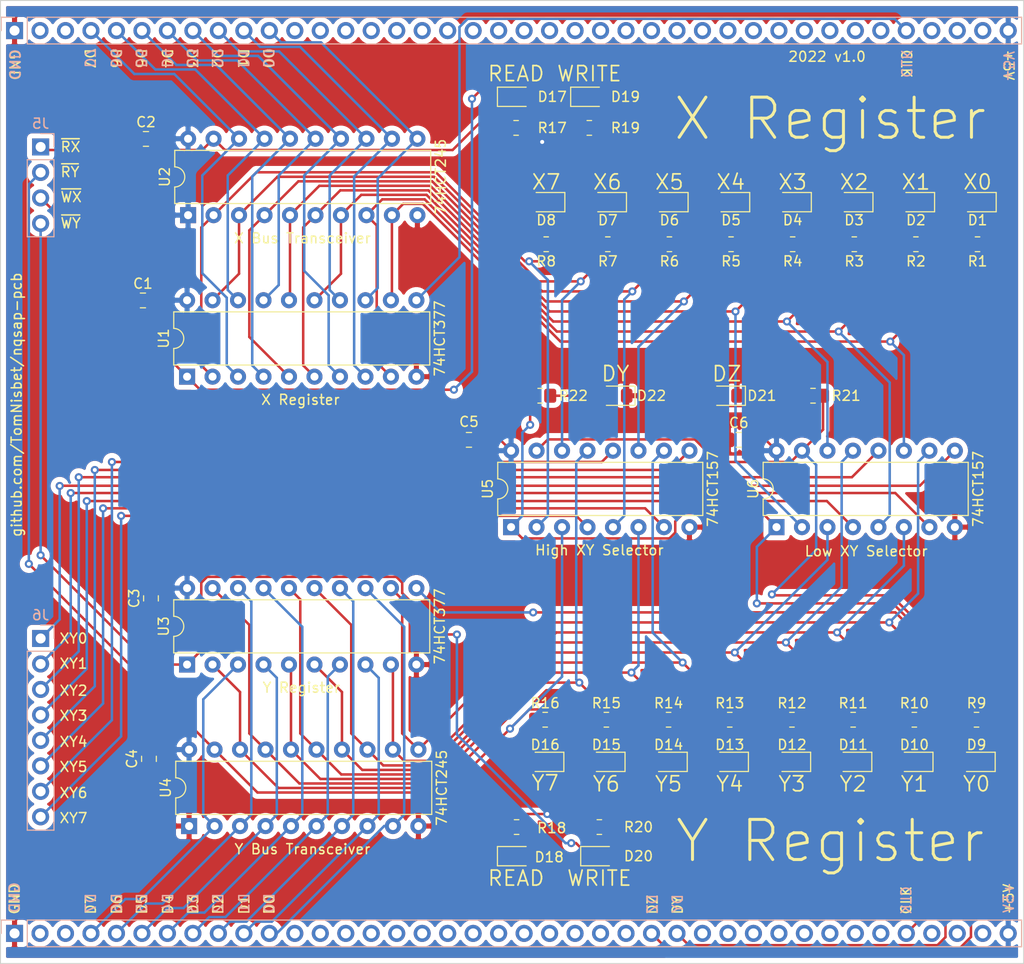
<source format=kicad_pcb>
(kicad_pcb (version 20171130) (host pcbnew "(5.1.9)-1")
  (title_block (title "NQSAP-PCB A and B Registers") (date 2021-11-21) (rev 2.0) (company github.com/TomNisbet/nqsap-pcb))
  (layers (0 F.Cu signal hide) (31 B.Cu signal hide) (34 B.Paste user) (35 F.Paste user) (36 B.SilkS user hide) (37 F.SilkS user) (38 B.Mask user) (39 F.Mask user) (44 Edge.Cuts user))
  (net 0 "")
  (net 1 +5V)
  (net 2 CLK)
  (net 3 D0)
  (net 4 D1)
  (net 5 D2)
  (net 6 D3)
  (net 7 D4)
  (net 8 D5)
  (net 9 D6)
  (net 10 D7)
  (net 11 GND)
  (net 12 "Net-(J1-Pad39)")
  (net 13 "Net-(J1-Pad38)")
  (net 14 "Net-(J1-Pad37)")
  (net 15 "Net-(J1-Pad35)")
  (net 16 "Net-(J1-Pad34)")
  (net 17 "Net-(J1-Pad33)")
  (net 18 "Net-(J1-Pad32)")
  (net 19 "Net-(J1-Pad31)")
  (net 20 "Net-(J1-Pad30)")
  (net 21 "Net-(J1-Pad29)")
  (net 22 "Net-(J1-Pad28)")
  (net 23 "Net-(J1-Pad27)")
  (net 24 "Net-(J1-Pad26)")
  (net 25 "Net-(J1-Pad25)")
  (net 26 "Net-(J1-Pad24)")
  (net 27 "Net-(J1-Pad23)")
  (net 28 "Net-(J1-Pad22)")
  (net 29 "Net-(J1-Pad21)")
  (net 30 "Net-(J1-Pad20)")
  (net 31 "Net-(J1-Pad3)")
  (net 32 "Net-(J1-Pad2)")
  (net 33 "Net-(J2-Pad39)")
  (net 34 "Net-(J2-Pad38)")
  (net 35 "Net-(J2-Pad37)")
  (net 36 "Net-(J2-Pad35)")
  (net 37 "Net-(J2-Pad34)")
  (net 38 "Net-(J2-Pad33)")
  (net 39 "Net-(J2-Pad32)")
  (net 40 "Net-(J2-Pad31)")
  (net 41 "Net-(J2-Pad30)")
  (net 42 "Net-(J2-Pad29)")
  (net 43 "Net-(J2-Pad28)")
  (net 44 "Net-(J2-Pad25)")
  (net 45 "Net-(J2-Pad24)")
  (net 46 "Net-(J2-Pad23)")
  (net 47 "Net-(J2-Pad22)")
  (net 48 "Net-(J2-Pad21)")
  (net 49 "Net-(J2-Pad20)")
  (net 50 "Net-(J2-Pad3)")
  (net 51 "Net-(J2-Pad2)")
  (net 52 "Net-(J1-Pad19)")
  (net 53 "Net-(J1-Pad18)")
  (net 54 "Net-(J1-Pad17)")
  (net 55 "Net-(J1-Pad16)")
  (net 56 "Net-(D17-Pad2)")
  (net 57 "Net-(D18-Pad2)")
  (net 58 "Net-(D19-Pad2)")
  (net 59 "Net-(D20-Pad2)")
  (net 60 "Net-(D21-Pad2)")
  (net 61 "Net-(J2-Pad15)")
  (net 62 "Net-(J2-Pad14)")
  (net 63 "Net-(J2-Pad13)")
  (net 64 "Net-(J2-Pad12)")
  (net 65 ~RX)
  (net 66 ~RY)
  (net 67 ~WX)
  (net 68 ~WY)
  (net 69 "Net-(D22-Pad2)")
  (net 70 XY7)
  (net 71 XY6)
  (net 72 XY5)
  (net 73 XY4)
  (net 74 XY3)
  (net 75 XY2)
  (net 76 XY1)
  (net 77 XY0)
  (net 78 /X0)
  (net 79 /X1)
  (net 80 /X2)
  (net 81 /X3)
  (net 82 /X4)
  (net 83 /X5)
  (net 84 /X6)
  (net 85 /X7)
  (net 86 /Y0)
  (net 87 /Y1)
  (net 88 /Y2)
  (net 89 /Y3)
  (net 90 /Y4)
  (net 91 /Y5)
  (net 92 /Y6)
  (net 93 /Y7)
  (net 94 DZ)
  (net 95 DY)
  (net 96 "Net-(D1-Pad2)")
  (net 97 "Net-(D2-Pad2)")
  (net 98 "Net-(D3-Pad2)")
  (net 99 "Net-(D4-Pad2)")
  (net 100 "Net-(D5-Pad2)")
  (net 101 "Net-(D6-Pad2)")
  (net 102 "Net-(D7-Pad2)")
  (net 103 "Net-(D8-Pad2)")
  (net 104 "Net-(D9-Pad2)")
  (net 105 "Net-(D10-Pad2)")
  (net 106 "Net-(D11-Pad2)")
  (net 107 "Net-(D12-Pad2)")
  (net 108 "Net-(D13-Pad2)")
  (net 109 "Net-(D14-Pad2)")
  (net 110 "Net-(D15-Pad2)")
  (net 111 "Net-(D16-Pad2)")
  (net 112 "Net-(J1-Pad15)")
  (net 113 "Net-(J1-Pad14)")
  (net 114 "Net-(J1-Pad13)")
  (net 115 "Net-(J1-Pad12)")
  (net 116 "Net-(J2-Pad19)")
  (net 117 "Net-(J2-Pad18)")
  (net 118 "Net-(J2-Pad17)")
  (net 119 "Net-(J2-Pad16)")
  (module Resistor_SMD:R_0805_2012Metric_Pad1.20x1.40mm_HandSolder (layer F.Cu) (at 144.7 125.4)
    (fp_text reference R20 (at 3.9 0) (layer F.SilkS))
    (fp_text value R-RED)
    (pad 2 smd roundrect (at 1 0) (size 1.2 1.4) (layers F.Cu F.Paste F.Mask) (roundrect_rratio 0.2083325) (net 59 "Net-(D20-Pad2)"))
    (pad 1 smd roundrect (at -1 0) (size 1.2 1.4) (layers F.Cu F.Paste F.Mask) (roundrect_rratio 0.2083325) (net 1 +5V))
  )
  (module Resistor_SMD:R_0805_2012Metric_Pad1.20x1.40mm_HandSolder (layer F.Cu) (at 136.45 125.4)
    (fp_text reference R18 (at 3.5 0.1) (layer F.SilkS))
    (fp_text value R-GN)
    (pad 2 smd roundrect (at 1 0) (size 1.2 1.4) (layers F.Cu F.Paste F.Mask) (roundrect_rratio 0.2083325) (net 57 "Net-(D18-Pad2)"))
    (pad 1 smd roundrect (at -1 0) (size 1.2 1.4) (layers F.Cu F.Paste F.Mask) (roundrect_rratio 0.2083325) (net 1 +5V))
  )
  (module LED_SMD:LED_0805_2012Metric_Pad1.15x1.40mm_HandSolder (layer F.Cu) (at 144.7 128.3)
    (fp_text reference D20 (at 3.9 0) (layer F.SilkS))
    (fp_text value WRITE (at 0 2.2) (layer F.SilkS) (effects (font (size 1.5 1.5) (thickness 0.17))))
    (pad 2 smd roundrect (at 1.025 0) (size 1.15 1.4) (layers F.Cu F.Paste F.Mask) (roundrect_rratio 0.2173904347826087) (net 59 "Net-(D20-Pad2)"))
    (pad 1 smd roundrect (at -1.025 0) (size 1.15 1.4) (layers F.Cu F.Paste F.Mask) (roundrect_rratio 0.2173904347826087) (net 68 ~WY))
  )
  (module LED_SMD:LED_0805_2012Metric_Pad1.15x1.40mm_HandSolder (layer F.Cu) (at 136.4 128.3)
    (fp_text reference D18 (at 3.3 0.1) (layer F.SilkS))
    (fp_text value READ (at 0 2.2) (layer F.SilkS) (effects (font (size 1.5 1.5) (thickness 0.17))))
    (pad 2 smd roundrect (at 1.025 0) (size 1.15 1.4) (layers F.Cu F.Paste F.Mask) (roundrect_rratio 0.2173904347826087) (net 57 "Net-(D18-Pad2)"))
    (pad 1 smd roundrect (at -1.025 0) (size 1.15 1.4) (layers F.Cu F.Paste F.Mask) (roundrect_rratio 0.2173904347826087) (net 66 ~RY))
  )
  (module Connector_PinHeader_2.54mm:PinHeader_1x04_P2.54mm_Vertical (layer B.Cu) (at 89 57.6 180)
    (fp_text reference J5 (at 0 2.33) (layer B.SilkS) (effects (justify mirror)))
    (fp_text value Conn_01x04)
    (pad 4 thru_hole oval (at 0 -7.62 180) (size 1.7 1.7) (drill 1) (layers *.Cu *.Mask) (net 68 ~WY))
    (pad 3 thru_hole oval (at 0 -5.08 180) (size 1.7 1.7) (drill 1) (layers *.Cu *.Mask) (net 67 ~WX))
    (pad 2 thru_hole oval (at 0 -2.54 180) (size 1.7 1.7) (drill 1) (layers *.Cu *.Mask) (net 66 ~RY))
    (pad 1 thru_hole rect (at 0 0 180) (size 1.7 1.7) (drill 1) (layers *.Cu *.Mask) (net 65 ~RX))
  )
  (module Package_DIP:DIP-20_W7.62mm (layer F.Cu) (at 103.6 109.2 90)
    (fp_text reference U3 (at 3.81 -2.33 90) (layer F.SilkS))
    (fp_text value 74HCT377 (at 3.81 25.19 90) (layer F.SilkS))
    (fp_text user "Y Register" (at -2.3 11.4) (layer F.SilkS))
    (pad 20 thru_hole oval (at 7.62 0 90) (size 1.6 1.6) (drill 0.8) (layers *.Cu *.Mask) (net 1 +5V))
    (pad 10 thru_hole oval (at 0 22.86 90) (size 1.6 1.6) (drill 0.8) (layers *.Cu *.Mask) (net 11 GND))
    (pad 19 thru_hole oval (at 7.62 2.54 90) (size 1.6 1.6) (drill 0.8) (layers *.Cu *.Mask) (net 92 /Y6))
    (pad 9 thru_hole oval (at 0 20.32 90) (size 1.6 1.6) (drill 0.8) (layers *.Cu *.Mask) (net 87 /Y1))
    (pad 18 thru_hole oval (at 7.62 5.08 90) (size 1.6 1.6) (drill 0.8) (layers *.Cu *.Mask) (net 9 D6))
    (pad 8 thru_hole oval (at 0 17.78 90) (size 1.6 1.6) (drill 0.8) (layers *.Cu *.Mask) (net 4 D1))
    (pad 17 thru_hole oval (at 7.62 7.62 90) (size 1.6 1.6) (drill 0.8) (layers *.Cu *.Mask) (net 7 D4))
    (pad 7 thru_hole oval (at 0 15.24 90) (size 1.6 1.6) (drill 0.8) (layers *.Cu *.Mask) (net 6 D3))
    (pad 16 thru_hole oval (at 7.62 10.16 90) (size 1.6 1.6) (drill 0.8) (layers *.Cu *.Mask) (net 90 /Y4))
    (pad 6 thru_hole oval (at 0 12.7 90) (size 1.6 1.6) (drill 0.8) (layers *.Cu *.Mask) (net 89 /Y3))
    (pad 15 thru_hole oval (at 7.62 12.7 90) (size 1.6 1.6) (drill 0.8) (layers *.Cu *.Mask) (net 88 /Y2))
    (pad 5 thru_hole oval (at 0 10.16 90) (size 1.6 1.6) (drill 0.8) (layers *.Cu *.Mask) (net 91 /Y5))
    (pad 14 thru_hole oval (at 7.62 15.24 90) (size 1.6 1.6) (drill 0.8) (layers *.Cu *.Mask) (net 5 D2))
    (pad 4 thru_hole oval (at 0 7.62 90) (size 1.6 1.6) (drill 0.8) (layers *.Cu *.Mask) (net 8 D5))
    (pad 13 thru_hole oval (at 7.62 17.78 90) (size 1.6 1.6) (drill 0.8) (layers *.Cu *.Mask) (net 3 D0))
    (pad 3 thru_hole oval (at 0 5.08 90) (size 1.6 1.6) (drill 0.8) (layers *.Cu *.Mask) (net 10 D7))
    (pad 12 thru_hole oval (at 7.62 20.32 90) (size 1.6 1.6) (drill 0.8) (layers *.Cu *.Mask) (net 86 /Y0))
    (pad 2 thru_hole oval (at 0 2.54 90) (size 1.6 1.6) (drill 0.8) (layers *.Cu *.Mask) (net 93 /Y7))
    (pad 11 thru_hole oval (at 7.62 22.86 90) (size 1.6 1.6) (drill 0.8) (layers *.Cu *.Mask) (net 2 CLK))
    (pad 1 thru_hole rect (at 0 0 90) (size 1.6 1.6) (drill 0.8) (layers *.Cu *.Mask) (net 68 ~WY))
  )
  (module Resistor_SMD:R_0805_2012Metric_Pad1.20x1.40mm_HandSolder (layer F.Cu) (at 143.7 55.7 180)
    (fp_text reference R19 (at -3.6 0) (layer F.SilkS))
    (fp_text value R-RED)
    (pad 2 smd roundrect (at 1 0 180) (size 1.2 1.4) (layers F.Cu F.Paste F.Mask) (roundrect_rratio 0.2083325) (net 1 +5V))
    (pad 1 smd roundrect (at -1 0 180) (size 1.2 1.4) (layers F.Cu F.Paste F.Mask) (roundrect_rratio 0.2083325) (net 58 "Net-(D19-Pad2)"))
  )
  (module Resistor_SMD:R_0805_2012Metric_Pad1.20x1.40mm_HandSolder (layer F.Cu) (at 136.4 55.7)
    (fp_text reference R17 (at 3.6 0) (layer F.SilkS))
    (fp_text value R-GN)
    (pad 2 smd roundrect (at 1 0) (size 1.2 1.4) (layers F.Cu F.Paste F.Mask) (roundrect_rratio 0.2083325) (net 56 "Net-(D17-Pad2)"))
    (pad 1 smd roundrect (at -1 0) (size 1.2 1.4) (layers F.Cu F.Paste F.Mask) (roundrect_rratio 0.2083325) (net 1 +5V))
  )
  (module Resistor_SMD:R_0805_2012Metric_Pad1.20x1.40mm_HandSolder (layer F.Cu) (at 139.3 114.7)
    (fp_text reference R16 (at 0 -1.65) (layer F.SilkS))
    (fp_text value R-RED)
    (pad 2 smd roundrect (at 1 0) (size 1.2 1.4) (layers F.Cu F.Paste F.Mask) (roundrect_rratio 0.2083325) (net 93 /Y7))
    (pad 1 smd roundrect (at -1 0) (size 1.2 1.4) (layers F.Cu F.Paste F.Mask) (roundrect_rratio 0.2083325) (net 111 "Net-(D16-Pad2)"))
  )
  (module Resistor_SMD:R_0805_2012Metric_Pad1.20x1.40mm_HandSolder (layer F.Cu) (at 145.4 114.7)
    (fp_text reference R15 (at 0 -1.65) (layer F.SilkS))
    (fp_text value R-RED)
    (pad 2 smd roundrect (at 1 0) (size 1.2 1.4) (layers F.Cu F.Paste F.Mask) (roundrect_rratio 0.2083325) (net 92 /Y6))
    (pad 1 smd roundrect (at -1 0) (size 1.2 1.4) (layers F.Cu F.Paste F.Mask) (roundrect_rratio 0.2083325) (net 110 "Net-(D15-Pad2)"))
  )
  (module Resistor_SMD:R_0805_2012Metric_Pad1.20x1.40mm_HandSolder (layer F.Cu) (at 151.6 114.7)
    (fp_text reference R14 (at 0 -1.65) (layer F.SilkS))
    (fp_text value R-RED)
    (pad 2 smd roundrect (at 1 0) (size 1.2 1.4) (layers F.Cu F.Paste F.Mask) (roundrect_rratio 0.2083325) (net 91 /Y5))
    (pad 1 smd roundrect (at -1 0) (size 1.2 1.4) (layers F.Cu F.Paste F.Mask) (roundrect_rratio 0.2083325) (net 109 "Net-(D14-Pad2)"))
  )
  (module Resistor_SMD:R_0805_2012Metric_Pad1.20x1.40mm_HandSolder (layer F.Cu) (at 157.7 114.7)
    (fp_text reference R13 (at 0 -1.65) (layer F.SilkS))
    (fp_text value R-RED)
    (pad 2 smd roundrect (at 1 0) (size 1.2 1.4) (layers F.Cu F.Paste F.Mask) (roundrect_rratio 0.2083325) (net 90 /Y4))
    (pad 1 smd roundrect (at -1 0) (size 1.2 1.4) (layers F.Cu F.Paste F.Mask) (roundrect_rratio 0.2083325) (net 108 "Net-(D13-Pad2)"))
  )
  (module Resistor_SMD:R_0805_2012Metric_Pad1.20x1.40mm_HandSolder (layer F.Cu) (at 163.9 114.7)
    (fp_text reference R12 (at 0 -1.65) (layer F.SilkS))
    (fp_text value R-RED)
    (pad 2 smd roundrect (at 1 0) (size 1.2 1.4) (layers F.Cu F.Paste F.Mask) (roundrect_rratio 0.2083325) (net 89 /Y3))
    (pad 1 smd roundrect (at -1 0) (size 1.2 1.4) (layers F.Cu F.Paste F.Mask) (roundrect_rratio 0.2083325) (net 107 "Net-(D12-Pad2)"))
  )
  (module Resistor_SMD:R_0805_2012Metric_Pad1.20x1.40mm_HandSolder (layer F.Cu) (at 170 114.7)
    (fp_text reference R11 (at 0 -1.65) (layer F.SilkS))
    (fp_text value R-RED)
    (pad 2 smd roundrect (at 1 0) (size 1.2 1.4) (layers F.Cu F.Paste F.Mask) (roundrect_rratio 0.2083325) (net 88 /Y2))
    (pad 1 smd roundrect (at -1 0) (size 1.2 1.4) (layers F.Cu F.Paste F.Mask) (roundrect_rratio 0.2083325) (net 106 "Net-(D11-Pad2)"))
  )
  (module Resistor_SMD:R_0805_2012Metric_Pad1.20x1.40mm_HandSolder (layer F.Cu) (at 176.1 114.7)
    (fp_text reference R10 (at 0 -1.65) (layer F.SilkS))
    (fp_text value R-RED)
    (pad 2 smd roundrect (at 1 0) (size 1.2 1.4) (layers F.Cu F.Paste F.Mask) (roundrect_rratio 0.2083325) (net 87 /Y1))
    (pad 1 smd roundrect (at -1 0) (size 1.2 1.4) (layers F.Cu F.Paste F.Mask) (roundrect_rratio 0.2083325) (net 105 "Net-(D10-Pad2)"))
  )
  (module Resistor_SMD:R_0805_2012Metric_Pad1.20x1.40mm_HandSolder (layer F.Cu) (at 182.3 114.7)
    (fp_text reference R9 (at 0 -1.65) (layer F.SilkS))
    (fp_text value R-RED)
    (pad 2 smd roundrect (at 1 0) (size 1.2 1.4) (layers F.Cu F.Paste F.Mask) (roundrect_rratio 0.2083325) (net 86 /Y0))
    (pad 1 smd roundrect (at -1 0) (size 1.2 1.4) (layers F.Cu F.Paste F.Mask) (roundrect_rratio 0.2083325) (net 104 "Net-(D9-Pad2)"))
  )
  (module LED_SMD:LED_0805_2012Metric_Pad1.15x1.40mm_HandSolder (layer F.Cu) (at 143.7 52.6)
    (fp_text reference D19 (at 3.6 0) (layer F.SilkS))
    (fp_text value WRITE (at 0 -2.3) (layer F.SilkS) (effects (font (size 1.5 1.5) (thickness 0.17))))
    (pad 2 smd roundrect (at 1.025 0) (size 1.15 1.4) (layers F.Cu F.Paste F.Mask) (roundrect_rratio 0.2173904347826087) (net 58 "Net-(D19-Pad2)"))
    (pad 1 smd roundrect (at -1.025 0) (size 1.15 1.4) (layers F.Cu F.Paste F.Mask) (roundrect_rratio 0.2173904347826087) (net 67 ~WX))
  )
  (module LED_SMD:LED_0805_2012Metric_Pad1.15x1.40mm_HandSolder (layer F.Cu) (at 136.4 52.6)
    (fp_text reference D17 (at 3.6 0) (layer F.SilkS))
    (fp_text value READ (at 0 -2.3) (layer F.SilkS) (effects (font (size 1.5 1.5) (thickness 0.17))))
    (pad 2 smd roundrect (at 1.025 0) (size 1.15 1.4) (layers F.Cu F.Paste F.Mask) (roundrect_rratio 0.2173904347826087) (net 56 "Net-(D17-Pad2)"))
    (pad 1 smd roundrect (at -1.025 0) (size 1.15 1.4) (layers F.Cu F.Paste F.Mask) (roundrect_rratio 0.2173904347826087) (net 65 ~RX))
  )
  (module LED_SMD:LED_0805_2012Metric_Pad1.15x1.40mm_HandSolder (layer F.Cu) (at 139.3 118.9 180)
    (fp_text reference D16 (at 0 1.7) (layer F.SilkS))
    (fp_text value Y7 (at 0 -2.1) (layer F.SilkS) (effects (font (size 1.5 1.5) (thickness 0.17))))
    (pad 2 smd roundrect (at 1.025 0 180) (size 1.15 1.4) (layers F.Cu F.Paste F.Mask) (roundrect_rratio 0.2173904347826087) (net 111 "Net-(D16-Pad2)"))
    (pad 1 smd roundrect (at -1.025 0 180) (size 1.15 1.4) (layers F.Cu F.Paste F.Mask) (roundrect_rratio 0.2173904347826087) (net 11 GND))
  )
  (module LED_SMD:LED_0805_2012Metric_Pad1.15x1.40mm_HandSolder (layer F.Cu) (at 145.4 118.9 180)
    (fp_text reference D15 (at 0 1.7) (layer F.SilkS))
    (fp_text value Y6 (at 0 -2.2) (layer F.SilkS) (effects (font (size 1.5 1.5) (thickness 0.17))))
    (pad 2 smd roundrect (at 1.025 0 180) (size 1.15 1.4) (layers F.Cu F.Paste F.Mask) (roundrect_rratio 0.2173904347826087) (net 110 "Net-(D15-Pad2)"))
    (pad 1 smd roundrect (at -1.025 0 180) (size 1.15 1.4) (layers F.Cu F.Paste F.Mask) (roundrect_rratio 0.2173904347826087) (net 11 GND))
  )
  (module LED_SMD:LED_0805_2012Metric_Pad1.15x1.40mm_HandSolder (layer F.Cu) (at 151.6 118.9 180)
    (fp_text reference D14 (at 0 1.7) (layer F.SilkS))
    (fp_text value Y5 (at 0 -2.2) (layer F.SilkS) (effects (font (size 1.5 1.5) (thickness 0.17))))
    (pad 2 smd roundrect (at 1.025 0 180) (size 1.15 1.4) (layers F.Cu F.Paste F.Mask) (roundrect_rratio 0.2173904347826087) (net 109 "Net-(D14-Pad2)"))
    (pad 1 smd roundrect (at -1.025 0 180) (size 1.15 1.4) (layers F.Cu F.Paste F.Mask) (roundrect_rratio 0.2173904347826087) (net 11 GND))
  )
  (module LED_SMD:LED_0805_2012Metric_Pad1.15x1.40mm_HandSolder (layer F.Cu) (at 157.7 118.9 180)
    (fp_text reference D13 (at 0 1.7) (layer F.SilkS))
    (fp_text value Y4 (at 0 -2.2) (layer F.SilkS) (effects (font (size 1.5 1.5) (thickness 0.17))))
    (pad 2 smd roundrect (at 1.025 0 180) (size 1.15 1.4) (layers F.Cu F.Paste F.Mask) (roundrect_rratio 0.2173904347826087) (net 108 "Net-(D13-Pad2)"))
    (pad 1 smd roundrect (at -1.025 0 180) (size 1.15 1.4) (layers F.Cu F.Paste F.Mask) (roundrect_rratio 0.2173904347826087) (net 11 GND))
  )
  (module LED_SMD:LED_0805_2012Metric_Pad1.15x1.40mm_HandSolder (layer F.Cu) (at 163.9 118.9 180)
    (fp_text reference D12 (at 0 1.7) (layer F.SilkS))
    (fp_text value Y3 (at 0 -2.2) (layer F.SilkS) (effects (font (size 1.5 1.5) (thickness 0.17))))
    (pad 2 smd roundrect (at 1.025 0 180) (size 1.15 1.4) (layers F.Cu F.Paste F.Mask) (roundrect_rratio 0.2173904347826087) (net 107 "Net-(D12-Pad2)"))
    (pad 1 smd roundrect (at -1.025 0 180) (size 1.15 1.4) (layers F.Cu F.Paste F.Mask) (roundrect_rratio 0.2173904347826087) (net 11 GND))
  )
  (module LED_SMD:LED_0805_2012Metric_Pad1.15x1.40mm_HandSolder (layer F.Cu) (at 170 118.9 180)
    (fp_text reference D11 (at 0 1.7) (layer F.SilkS))
    (fp_text value Y2 (at 0 -2.2) (layer F.SilkS) (effects (font (size 1.5 1.5) (thickness 0.17))))
    (pad 2 smd roundrect (at 1.025 0 180) (size 1.15 1.4) (layers F.Cu F.Paste F.Mask) (roundrect_rratio 0.2173904347826087) (net 106 "Net-(D11-Pad2)"))
    (pad 1 smd roundrect (at -1.025 0 180) (size 1.15 1.4) (layers F.Cu F.Paste F.Mask) (roundrect_rratio 0.2173904347826087) (net 11 GND))
  )
  (module LED_SMD:LED_0805_2012Metric_Pad1.15x1.40mm_HandSolder (layer F.Cu) (at 176.1 118.9 180)
    (fp_text reference D10 (at 0 1.7) (layer F.SilkS))
    (fp_text value Y1 (at 0 -2.2) (layer F.SilkS) (effects (font (size 1.5 1.5) (thickness 0.17))))
    (pad 2 smd roundrect (at 1.025 0 180) (size 1.15 1.4) (layers F.Cu F.Paste F.Mask) (roundrect_rratio 0.2173904347826087) (net 105 "Net-(D10-Pad2)"))
    (pad 1 smd roundrect (at -1.025 0 180) (size 1.15 1.4) (layers F.Cu F.Paste F.Mask) (roundrect_rratio 0.2173904347826087) (net 11 GND))
  )
  (module LED_SMD:LED_0805_2012Metric_Pad1.15x1.40mm_HandSolder (layer F.Cu) (at 182.3 118.9 180)
    (fp_text reference D9 (at 0 1.7) (layer F.SilkS))
    (fp_text value Y0 (at 0 -2.2) (layer F.SilkS) (effects (font (size 1.5 1.5) (thickness 0.17))))
    (pad 2 smd roundrect (at 1.025 0 180) (size 1.15 1.4) (layers F.Cu F.Paste F.Mask) (roundrect_rratio 0.2173904347826087) (net 104 "Net-(D9-Pad2)"))
    (pad 1 smd roundrect (at -1.025 0 180) (size 1.15 1.4) (layers F.Cu F.Paste F.Mask) (roundrect_rratio 0.2173904347826087) (net 11 GND))
  )
  (module Package_DIP:DIP-16_W7.62mm (layer F.Cu) (at 162.36 95.5 90)
    (fp_text reference U6 (at 3.81 -2.33 90) (layer F.SilkS))
    (fp_text value 74HCT157 (at 3.81 20.11 90) (layer F.SilkS))
    (fp_text user "Low XY Selector" (at -2.4 8.94 180) (layer F.SilkS))
    (pad 16 thru_hole oval (at 7.62 0 90) (size 1.6 1.6) (drill 0.8) (layers *.Cu *.Mask) (net 1 +5V))
    (pad 8 thru_hole oval (at 0 17.78 90) (size 1.6 1.6) (drill 0.8) (layers *.Cu *.Mask) (net 11 GND))
    (pad 15 thru_hole oval (at 7.62 2.54 90) (size 1.6 1.6) (drill 0.8) (layers *.Cu *.Mask) (net 94 DZ))
    (pad 7 thru_hole oval (at 0 15.24 90) (size 1.6 1.6) (drill 0.8) (layers *.Cu *.Mask) (net 76 XY1))
    (pad 14 thru_hole oval (at 7.62 5.08 90) (size 1.6 1.6) (drill 0.8) (layers *.Cu *.Mask) (net 80 /X2))
    (pad 6 thru_hole oval (at 0 12.7 90) (size 1.6 1.6) (drill 0.8) (layers *.Cu *.Mask) (net 87 /Y1))
    (pad 13 thru_hole oval (at 7.62 7.62 90) (size 1.6 1.6) (drill 0.8) (layers *.Cu *.Mask) (net 88 /Y2))
    (pad 5 thru_hole oval (at 0 10.16 90) (size 1.6 1.6) (drill 0.8) (layers *.Cu *.Mask) (net 79 /X1))
    (pad 12 thru_hole oval (at 7.62 10.16 90) (size 1.6 1.6) (drill 0.8) (layers *.Cu *.Mask) (net 75 XY2))
    (pad 4 thru_hole oval (at 0 7.62 90) (size 1.6 1.6) (drill 0.8) (layers *.Cu *.Mask) (net 74 XY3))
    (pad 11 thru_hole oval (at 7.62 12.7 90) (size 1.6 1.6) (drill 0.8) (layers *.Cu *.Mask) (net 78 /X0))
    (pad 3 thru_hole oval (at 0 5.08 90) (size 1.6 1.6) (drill 0.8) (layers *.Cu *.Mask) (net 89 /Y3))
    (pad 10 thru_hole oval (at 7.62 15.24 90) (size 1.6 1.6) (drill 0.8) (layers *.Cu *.Mask) (net 86 /Y0))
    (pad 2 thru_hole oval (at 0 2.54 90) (size 1.6 1.6) (drill 0.8) (layers *.Cu *.Mask) (net 81 /X3))
    (pad 9 thru_hole oval (at 7.62 17.78 90) (size 1.6 1.6) (drill 0.8) (layers *.Cu *.Mask) (net 77 XY0))
    (pad 1 thru_hole rect (at 0 0 90) (size 1.6 1.6) (drill 0.8) (layers *.Cu *.Mask) (net 95 DY))
  )
  (module Package_DIP:DIP-16_W7.62mm (layer F.Cu) (at 135.9 95.5 90)
    (fp_text reference U5 (at 3.81 -2.33 90) (layer F.SilkS))
    (fp_text value 74HCT157 (at 3.81 20.11 90) (layer F.SilkS))
    (fp_text user "High XY Selector" (at -2.3 8.8 180) (layer F.SilkS))
    (pad 16 thru_hole oval (at 7.62 0 90) (size 1.6 1.6) (drill 0.8) (layers *.Cu *.Mask) (net 1 +5V))
    (pad 8 thru_hole oval (at 0 17.78 90) (size 1.6 1.6) (drill 0.8) (layers *.Cu *.Mask) (net 11 GND))
    (pad 15 thru_hole oval (at 7.62 2.54 90) (size 1.6 1.6) (drill 0.8) (layers *.Cu *.Mask) (net 94 DZ))
    (pad 7 thru_hole oval (at 0 15.24 90) (size 1.6 1.6) (drill 0.8) (layers *.Cu *.Mask) (net 72 XY5))
    (pad 14 thru_hole oval (at 7.62 5.08 90) (size 1.6 1.6) (drill 0.8) (layers *.Cu *.Mask) (net 84 /X6))
    (pad 6 thru_hole oval (at 0 12.7 90) (size 1.6 1.6) (drill 0.8) (layers *.Cu *.Mask) (net 91 /Y5))
    (pad 13 thru_hole oval (at 7.62 7.62 90) (size 1.6 1.6) (drill 0.8) (layers *.Cu *.Mask) (net 92 /Y6))
    (pad 5 thru_hole oval (at 0 10.16 90) (size 1.6 1.6) (drill 0.8) (layers *.Cu *.Mask) (net 83 /X5))
    (pad 12 thru_hole oval (at 7.62 10.16 90) (size 1.6 1.6) (drill 0.8) (layers *.Cu *.Mask) (net 71 XY6))
    (pad 4 thru_hole oval (at 0 7.62 90) (size 1.6 1.6) (drill 0.8) (layers *.Cu *.Mask) (net 70 XY7))
    (pad 11 thru_hole oval (at 7.62 12.7 90) (size 1.6 1.6) (drill 0.8) (layers *.Cu *.Mask) (net 82 /X4))
    (pad 3 thru_hole oval (at 0 5.08 90) (size 1.6 1.6) (drill 0.8) (layers *.Cu *.Mask) (net 93 /Y7))
    (pad 10 thru_hole oval (at 7.62 15.24 90) (size 1.6 1.6) (drill 0.8) (layers *.Cu *.Mask) (net 90 /Y4))
    (pad 2 thru_hole oval (at 0 2.54 90) (size 1.6 1.6) (drill 0.8) (layers *.Cu *.Mask) (net 85 /X7))
    (pad 9 thru_hole oval (at 7.62 17.78 90) (size 1.6 1.6) (drill 0.8) (layers *.Cu *.Mask) (net 73 XY4))
    (pad 1 thru_hole rect (at 0 0 90) (size 1.6 1.6) (drill 0.8) (layers *.Cu *.Mask) (net 95 DY))
  )
  (module Resistor_SMD:R_0805_2012Metric_Pad1.20x1.40mm_HandSolder (layer F.Cu) (at 138.8 82.4 180)
    (fp_text reference R22 (at -3.3 0) (layer F.SilkS))
    (fp_text value R-YEL)
    (pad 2 smd roundrect (at 1 0 180) (size 1.2 1.4) (layers F.Cu F.Paste F.Mask) (roundrect_rratio 0.2083325) (net 95 DY))
    (pad 1 smd roundrect (at -1 0 180) (size 1.2 1.4) (layers F.Cu F.Paste F.Mask) (roundrect_rratio 0.2083325) (net 69 "Net-(D22-Pad2)"))
  )
  (module Connector_PinHeader_2.54mm:PinHeader_1x08_P2.54mm_Vertical (layer B.Cu) (at 89 106.6 180)
    (fp_text reference J6 (at 0 2.33) (layer B.SilkS) (effects (justify mirror)))
    (fp_text value Conn_01x08)
    (pad 8 thru_hole oval (at 0 -17.78 180) (size 1.7 1.7) (drill 1) (layers *.Cu *.Mask) (net 70 XY7))
    (pad 7 thru_hole oval (at 0 -15.24 180) (size 1.7 1.7) (drill 1) (layers *.Cu *.Mask) (net 71 XY6))
    (pad 6 thru_hole oval (at 0 -12.7 180) (size 1.7 1.7) (drill 1) (layers *.Cu *.Mask) (net 72 XY5))
    (pad 5 thru_hole oval (at 0 -10.16 180) (size 1.7 1.7) (drill 1) (layers *.Cu *.Mask) (net 73 XY4))
    (pad 4 thru_hole oval (at 0 -7.62 180) (size 1.7 1.7) (drill 1) (layers *.Cu *.Mask) (net 74 XY3))
    (pad 3 thru_hole oval (at 0 -5.08 180) (size 1.7 1.7) (drill 1) (layers *.Cu *.Mask) (net 75 XY2))
    (pad 2 thru_hole oval (at 0 -2.54 180) (size 1.7 1.7) (drill 1) (layers *.Cu *.Mask) (net 76 XY1))
    (pad 1 thru_hole rect (at 0 0 180) (size 1.7 1.7) (drill 1) (layers *.Cu *.Mask) (net 77 XY0))
  )
  (module LED_SMD:LED_0805_2012Metric_Pad1.15x1.40mm_HandSolder (layer F.Cu) (at 146.4 82.4 180)
    (fp_text reference D22 (at -3.5 0) (layer F.SilkS))
    (fp_text value DY (at 0.1 2.2) (layer F.SilkS) (effects (font (size 1.5 1.5) (thickness 0.17))))
    (pad 2 smd roundrect (at 1.025 0 180) (size 1.15 1.4) (layers F.Cu F.Paste F.Mask) (roundrect_rratio 0.2173904347826087) (net 69 "Net-(D22-Pad2)"))
    (pad 1 smd roundrect (at -1.025 0 180) (size 1.15 1.4) (layers F.Cu F.Paste F.Mask) (roundrect_rratio 0.2173904347826087) (net 11 GND))
  )
  (module Resistor_SMD:R_0805_2012Metric_Pad1.20x1.40mm_HandSolder (layer F.Cu) (at 166 82.4)
    (fp_text reference R21 (at 3.3 0) (layer F.SilkS))
    (fp_text value R-YEL)
    (pad 2 smd roundrect (at 1 0) (size 1.2 1.4) (layers F.Cu F.Paste F.Mask) (roundrect_rratio 0.2083325) (net 94 DZ))
    (pad 1 smd roundrect (at -1 0) (size 1.2 1.4) (layers F.Cu F.Paste F.Mask) (roundrect_rratio 0.2083325) (net 60 "Net-(D21-Pad2)"))
  )
  (module LED_SMD:LED_0805_2012Metric_Pad1.15x1.40mm_HandSolder (layer F.Cu) (at 157.4 82.4 180)
    (fp_text reference D21 (at -3.5 0) (layer F.SilkS))
    (fp_text value DZ (at 0 2.185) (layer F.SilkS) (effects (font (size 1.5 1.5) (thickness 0.17))))
    (pad 2 smd roundrect (at 1.025 0 180) (size 1.15 1.4) (layers F.Cu F.Paste F.Mask) (roundrect_rratio 0.2173904347826087) (net 60 "Net-(D21-Pad2)"))
    (pad 1 smd roundrect (at -1.025 0 180) (size 1.15 1.4) (layers F.Cu F.Paste F.Mask) (roundrect_rratio 0.2173904347826087) (net 11 GND))
  )
  (module Capacitor_SMD:C_0805_2012Metric_Pad1.18x1.45mm_HandSolder (layer F.Cu) (at 99.8 118.6 90)
    (fp_text reference C4 (at 0 -1.7 90) (layer F.SilkS))
    (fp_text value 0.1uF)
    (pad 2 smd roundrect (at 1.0375 0 90) (size 1.175 1.45) (layers F.Cu F.Paste F.Mask) (roundrect_rratio 0.2127659574468085) (net 1 +5V))
    (pad 1 smd roundrect (at -1.0375 0 90) (size 1.175 1.45) (layers F.Cu F.Paste F.Mask) (roundrect_rratio 0.2127659574468085) (net 11 GND))
  )
  (module Capacitor_SMD:C_0805_2012Metric_Pad1.18x1.45mm_HandSolder (layer F.Cu) (at 100 102.6 90)
    (fp_text reference C3 (at 0 -1.68 90) (layer F.SilkS))
    (fp_text value 0.1uF)
    (pad 2 smd roundrect (at 1.0375 0 90) (size 1.175 1.45) (layers F.Cu F.Paste F.Mask) (roundrect_rratio 0.2127659574468085) (net 1 +5V))
    (pad 1 smd roundrect (at -1.0375 0 90) (size 1.175 1.45) (layers F.Cu F.Paste F.Mask) (roundrect_rratio 0.2127659574468085) (net 11 GND))
  )
  (module Capacitor_SMD:C_0805_2012Metric_Pad1.18x1.45mm_HandSolder (layer F.Cu) (at 99.5 56.8)
    (fp_text reference C2 (at 0 -1.68) (layer F.SilkS))
    (fp_text value 0.1uF)
    (pad 2 smd roundrect (at 1.0375 0) (size 1.175 1.45) (layers F.Cu F.Paste F.Mask) (roundrect_rratio 0.2127659574468085) (net 1 +5V))
    (pad 1 smd roundrect (at -1.0375 0) (size 1.175 1.45) (layers F.Cu F.Paste F.Mask) (roundrect_rratio 0.2127659574468085) (net 11 GND))
  )
  (module Capacitor_SMD:C_0805_2012Metric_Pad1.18x1.45mm_HandSolder (layer F.Cu) (at 99.2 72.9)
    (fp_text reference C1 (at 0 -1.68) (layer F.SilkS))
    (fp_text value 0.1uF)
    (pad 2 smd roundrect (at 1.0375 0) (size 1.175 1.45) (layers F.Cu F.Paste F.Mask) (roundrect_rratio 0.2127659574468085) (net 1 +5V))
    (pad 1 smd roundrect (at -1.0375 0) (size 1.175 1.45) (layers F.Cu F.Paste F.Mask) (roundrect_rratio 0.2127659574468085) (net 11 GND))
  )
  (module Capacitor_SMD:C_0805_2012Metric_Pad1.18x1.45mm_HandSolder (layer F.Cu) (at 158.6 86.8)
    (fp_text reference C6 (at 0 -1.7) (layer F.SilkS))
    (fp_text value 0.1uF)
    (pad 2 smd roundrect (at 1.0375 0) (size 1.175 1.45) (layers F.Cu F.Paste F.Mask) (roundrect_rratio 0.2127659574468085) (net 1 +5V))
    (pad 1 smd roundrect (at -1.0375 0) (size 1.175 1.45) (layers F.Cu F.Paste F.Mask) (roundrect_rratio 0.2127659574468085) (net 11 GND))
  )
  (module Capacitor_SMD:C_0805_2012Metric_Pad1.18x1.45mm_HandSolder (layer F.Cu) (at 131.7 86.8)
    (fp_text reference C5 (at 0 -1.8) (layer F.SilkS))
    (fp_text value 0.1uF)
    (pad 2 smd roundrect (at 1.0375 0) (size 1.175 1.45) (layers F.Cu F.Paste F.Mask) (roundrect_rratio 0.2127659574468085) (net 1 +5V))
    (pad 1 smd roundrect (at -1.0375 0) (size 1.175 1.45) (layers F.Cu F.Paste F.Mask) (roundrect_rratio 0.2127659574468085) (net 11 GND))
  )
  (module Package_DIP:DIP-20_W7.62mm (layer F.Cu) (at 103.7 64.4 90)
    (fp_text reference U2 (at 3.81 -2.33 90) (layer F.SilkS))
    (fp_text value 74HCT245 (at 3.81 25.19 90) (layer F.SilkS))
    (fp_text user "X Bus Transceiver" (at -2.3 11.4) (layer F.SilkS))
    (pad 20 thru_hole oval (at 7.62 0 90) (size 1.6 1.6) (drill 0.8) (layers *.Cu *.Mask) (net 1 +5V))
    (pad 10 thru_hole oval (at 0 22.86 90) (size 1.6 1.6) (drill 0.8) (layers *.Cu *.Mask) (net 11 GND))
    (pad 19 thru_hole oval (at 7.62 2.54 90) (size 1.6 1.6) (drill 0.8) (layers *.Cu *.Mask) (net 65 ~RX))
    (pad 9 thru_hole oval (at 0 20.32 90) (size 1.6 1.6) (drill 0.8) (layers *.Cu *.Mask) (net 78 /X0))
    (pad 18 thru_hole oval (at 7.62 5.08 90) (size 1.6 1.6) (drill 0.8) (layers *.Cu *.Mask) (net 10 D7))
    (pad 8 thru_hole oval (at 0 17.78 90) (size 1.6 1.6) (drill 0.8) (layers *.Cu *.Mask) (net 79 /X1))
    (pad 17 thru_hole oval (at 7.62 7.62 90) (size 1.6 1.6) (drill 0.8) (layers *.Cu *.Mask) (net 9 D6))
    (pad 7 thru_hole oval (at 0 15.24 90) (size 1.6 1.6) (drill 0.8) (layers *.Cu *.Mask) (net 80 /X2))
    (pad 16 thru_hole oval (at 7.62 10.16 90) (size 1.6 1.6) (drill 0.8) (layers *.Cu *.Mask) (net 8 D5))
    (pad 6 thru_hole oval (at 0 12.7 90) (size 1.6 1.6) (drill 0.8) (layers *.Cu *.Mask) (net 81 /X3))
    (pad 15 thru_hole oval (at 7.62 12.7 90) (size 1.6 1.6) (drill 0.8) (layers *.Cu *.Mask) (net 7 D4))
    (pad 5 thru_hole oval (at 0 10.16 90) (size 1.6 1.6) (drill 0.8) (layers *.Cu *.Mask) (net 82 /X4))
    (pad 14 thru_hole oval (at 7.62 15.24 90) (size 1.6 1.6) (drill 0.8) (layers *.Cu *.Mask) (net 6 D3))
    (pad 4 thru_hole oval (at 0 7.62 90) (size 1.6 1.6) (drill 0.8) (layers *.Cu *.Mask) (net 83 /X5))
    (pad 13 thru_hole oval (at 7.62 17.78 90) (size 1.6 1.6) (drill 0.8) (layers *.Cu *.Mask) (net 5 D2))
    (pad 3 thru_hole oval (at 0 5.08 90) (size 1.6 1.6) (drill 0.8) (layers *.Cu *.Mask) (net 84 /X6))
    (pad 12 thru_hole oval (at 7.62 20.32 90) (size 1.6 1.6) (drill 0.8) (layers *.Cu *.Mask) (net 4 D1))
    (pad 2 thru_hole oval (at 0 2.54 90) (size 1.6 1.6) (drill 0.8) (layers *.Cu *.Mask) (net 85 /X7))
    (pad 11 thru_hole oval (at 7.62 22.86 90) (size 1.6 1.6) (drill 0.8) (layers *.Cu *.Mask) (net 3 D0))
    (pad 1 thru_hole rect (at 0 0 90) (size 1.6 1.6) (drill 0.8) (layers *.Cu *.Mask) (net 1 +5V))
  )
  (module Package_DIP:DIP-20_W7.62mm (layer F.Cu) (at 103.6 80.5 90)
    (fp_text reference U1 (at 3.81 -2.33 90) (layer F.SilkS))
    (fp_text value 74HCT377 (at 3.81 25.19 90) (layer F.SilkS))
    (fp_text user "X Register" (at -2.3 11.3) (layer F.SilkS))
    (pad 20 thru_hole oval (at 7.62 0 90) (size 1.6 1.6) (drill 0.8) (layers *.Cu *.Mask) (net 1 +5V))
    (pad 10 thru_hole oval (at 0 22.86 90) (size 1.6 1.6) (drill 0.8) (layers *.Cu *.Mask) (net 11 GND))
    (pad 19 thru_hole oval (at 7.62 2.54 90) (size 1.6 1.6) (drill 0.8) (layers *.Cu *.Mask) (net 84 /X6))
    (pad 9 thru_hole oval (at 0 20.32 90) (size 1.6 1.6) (drill 0.8) (layers *.Cu *.Mask) (net 79 /X1))
    (pad 18 thru_hole oval (at 7.62 5.08 90) (size 1.6 1.6) (drill 0.8) (layers *.Cu *.Mask) (net 9 D6))
    (pad 8 thru_hole oval (at 0 17.78 90) (size 1.6 1.6) (drill 0.8) (layers *.Cu *.Mask) (net 4 D1))
    (pad 17 thru_hole oval (at 7.62 7.62 90) (size 1.6 1.6) (drill 0.8) (layers *.Cu *.Mask) (net 7 D4))
    (pad 7 thru_hole oval (at 0 15.24 90) (size 1.6 1.6) (drill 0.8) (layers *.Cu *.Mask) (net 6 D3))
    (pad 16 thru_hole oval (at 7.62 10.16 90) (size 1.6 1.6) (drill 0.8) (layers *.Cu *.Mask) (net 82 /X4))
    (pad 6 thru_hole oval (at 0 12.7 90) (size 1.6 1.6) (drill 0.8) (layers *.Cu *.Mask) (net 81 /X3))
    (pad 15 thru_hole oval (at 7.62 12.7 90) (size 1.6 1.6) (drill 0.8) (layers *.Cu *.Mask) (net 80 /X2))
    (pad 5 thru_hole oval (at 0 10.16 90) (size 1.6 1.6) (drill 0.8) (layers *.Cu *.Mask) (net 83 /X5))
    (pad 14 thru_hole oval (at 7.62 15.24 90) (size 1.6 1.6) (drill 0.8) (layers *.Cu *.Mask) (net 5 D2))
    (pad 4 thru_hole oval (at 0 7.62 90) (size 1.6 1.6) (drill 0.8) (layers *.Cu *.Mask) (net 8 D5))
    (pad 13 thru_hole oval (at 7.62 17.78 90) (size 1.6 1.6) (drill 0.8) (layers *.Cu *.Mask) (net 3 D0))
    (pad 3 thru_hole oval (at 0 5.08 90) (size 1.6 1.6) (drill 0.8) (layers *.Cu *.Mask) (net 10 D7))
    (pad 12 thru_hole oval (at 7.62 20.32 90) (size 1.6 1.6) (drill 0.8) (layers *.Cu *.Mask) (net 78 /X0))
    (pad 2 thru_hole oval (at 0 2.54 90) (size 1.6 1.6) (drill 0.8) (layers *.Cu *.Mask) (net 85 /X7))
    (pad 11 thru_hole oval (at 7.62 22.86 90) (size 1.6 1.6) (drill 0.8) (layers *.Cu *.Mask) (net 2 CLK))
    (pad 1 thru_hole rect (at 0 0 90) (size 1.6 1.6) (drill 0.8) (layers *.Cu *.Mask) (net 67 ~WX))
  )
  (module Package_DIP:DIP-20_W7.62mm (layer F.Cu) (at 103.8 125.3 90)
    (fp_text reference U4 (at 3.81 -2.33 90) (layer F.SilkS))
    (fp_text value 74HCT245 (at 3.81 25.19 90) (layer F.SilkS))
    (fp_text user "Y Bus Transceiver" (at -2.3 11.3) (layer F.SilkS))
    (pad 20 thru_hole oval (at 7.62 0 90) (size 1.6 1.6) (drill 0.8) (layers *.Cu *.Mask) (net 1 +5V))
    (pad 10 thru_hole oval (at 0 22.86 90) (size 1.6 1.6) (drill 0.8) (layers *.Cu *.Mask) (net 11 GND))
    (pad 19 thru_hole oval (at 7.62 2.54 90) (size 1.6 1.6) (drill 0.8) (layers *.Cu *.Mask) (net 66 ~RY))
    (pad 9 thru_hole oval (at 0 20.32 90) (size 1.6 1.6) (drill 0.8) (layers *.Cu *.Mask) (net 3 D0))
    (pad 18 thru_hole oval (at 7.62 5.08 90) (size 1.6 1.6) (drill 0.8) (layers *.Cu *.Mask) (net 93 /Y7))
    (pad 8 thru_hole oval (at 0 17.78 90) (size 1.6 1.6) (drill 0.8) (layers *.Cu *.Mask) (net 4 D1))
    (pad 17 thru_hole oval (at 7.62 7.62 90) (size 1.6 1.6) (drill 0.8) (layers *.Cu *.Mask) (net 92 /Y6))
    (pad 7 thru_hole oval (at 0 15.24 90) (size 1.6 1.6) (drill 0.8) (layers *.Cu *.Mask) (net 5 D2))
    (pad 16 thru_hole oval (at 7.62 10.16 90) (size 1.6 1.6) (drill 0.8) (layers *.Cu *.Mask) (net 91 /Y5))
    (pad 6 thru_hole oval (at 0 12.7 90) (size 1.6 1.6) (drill 0.8) (layers *.Cu *.Mask) (net 6 D3))
    (pad 15 thru_hole oval (at 7.62 12.7 90) (size 1.6 1.6) (drill 0.8) (layers *.Cu *.Mask) (net 90 /Y4))
    (pad 5 thru_hole oval (at 0 10.16 90) (size 1.6 1.6) (drill 0.8) (layers *.Cu *.Mask) (net 7 D4))
    (pad 14 thru_hole oval (at 7.62 15.24 90) (size 1.6 1.6) (drill 0.8) (layers *.Cu *.Mask) (net 89 /Y3))
    (pad 4 thru_hole oval (at 0 7.62 90) (size 1.6 1.6) (drill 0.8) (layers *.Cu *.Mask) (net 8 D5))
    (pad 13 thru_hole oval (at 7.62 17.78 90) (size 1.6 1.6) (drill 0.8) (layers *.Cu *.Mask) (net 88 /Y2))
    (pad 3 thru_hole oval (at 0 5.08 90) (size 1.6 1.6) (drill 0.8) (layers *.Cu *.Mask) (net 9 D6))
    (pad 12 thru_hole oval (at 7.62 20.32 90) (size 1.6 1.6) (drill 0.8) (layers *.Cu *.Mask) (net 87 /Y1))
    (pad 2 thru_hole oval (at 0 2.54 90) (size 1.6 1.6) (drill 0.8) (layers *.Cu *.Mask) (net 10 D7))
    (pad 11 thru_hole oval (at 7.62 22.86 90) (size 1.6 1.6) (drill 0.8) (layers *.Cu *.Mask) (net 86 /Y0))
    (pad 1 thru_hole rect (at 0 0 90) (size 1.6 1.6) (drill 0.8) (layers *.Cu *.Mask) (net 11 GND))
  )
  (module Resistor_SMD:R_0805_2012Metric_Pad1.20x1.40mm_HandSolder (layer F.Cu) (at 139.4 67.3)
    (fp_text reference R8 (at 0 1.7) (layer F.SilkS))
    (fp_text value R-RED)
    (pad 2 smd roundrect (at 1 0) (size 1.2 1.4) (layers F.Cu F.Paste F.Mask) (roundrect_rratio 0.2083325) (net 85 /X7))
    (pad 1 smd roundrect (at -1 0) (size 1.2 1.4) (layers F.Cu F.Paste F.Mask) (roundrect_rratio 0.2083325) (net 103 "Net-(D8-Pad2)"))
  )
  (module Resistor_SMD:R_0805_2012Metric_Pad1.20x1.40mm_HandSolder (layer F.Cu) (at 145.542857 67.3)
    (fp_text reference R7 (at 0 1.7) (layer F.SilkS))
    (fp_text value R-RED)
    (pad 2 smd roundrect (at 1 0) (size 1.2 1.4) (layers F.Cu F.Paste F.Mask) (roundrect_rratio 0.2083325) (net 84 /X6))
    (pad 1 smd roundrect (at -1 0) (size 1.2 1.4) (layers F.Cu F.Paste F.Mask) (roundrect_rratio 0.2083325) (net 102 "Net-(D7-Pad2)"))
  )
  (module Resistor_SMD:R_0805_2012Metric_Pad1.20x1.40mm_HandSolder (layer F.Cu) (at 151.685714 67.3)
    (fp_text reference R6 (at 0 1.7) (layer F.SilkS))
    (fp_text value R-RED)
    (pad 2 smd roundrect (at 1 0) (size 1.2 1.4) (layers F.Cu F.Paste F.Mask) (roundrect_rratio 0.2083325) (net 83 /X5))
    (pad 1 smd roundrect (at -1 0) (size 1.2 1.4) (layers F.Cu F.Paste F.Mask) (roundrect_rratio 0.2083325) (net 101 "Net-(D6-Pad2)"))
  )
  (module Resistor_SMD:R_0805_2012Metric_Pad1.20x1.40mm_HandSolder (layer F.Cu) (at 157.828571 67.3)
    (fp_text reference R5 (at 0 1.7) (layer F.SilkS))
    (fp_text value R-RED)
    (pad 2 smd roundrect (at 1 0) (size 1.2 1.4) (layers F.Cu F.Paste F.Mask) (roundrect_rratio 0.2083325) (net 82 /X4))
    (pad 1 smd roundrect (at -1 0) (size 1.2 1.4) (layers F.Cu F.Paste F.Mask) (roundrect_rratio 0.2083325) (net 100 "Net-(D5-Pad2)"))
  )
  (module Resistor_SMD:R_0805_2012Metric_Pad1.20x1.40mm_HandSolder (layer F.Cu) (at 163.971428 67.3)
    (fp_text reference R4 (at 0 1.7) (layer F.SilkS))
    (fp_text value R-RED)
    (pad 2 smd roundrect (at 1 0) (size 1.2 1.4) (layers F.Cu F.Paste F.Mask) (roundrect_rratio 0.2083325) (net 81 /X3))
    (pad 1 smd roundrect (at -1 0) (size 1.2 1.4) (layers F.Cu F.Paste F.Mask) (roundrect_rratio 0.2083325) (net 99 "Net-(D4-Pad2)"))
  )
  (module Resistor_SMD:R_0805_2012Metric_Pad1.20x1.40mm_HandSolder (layer F.Cu) (at 170.114285 67.3)
    (fp_text reference R3 (at 0 1.7) (layer F.SilkS))
    (fp_text value R-RED)
    (pad 2 smd roundrect (at 1 0) (size 1.2 1.4) (layers F.Cu F.Paste F.Mask) (roundrect_rratio 0.2083325) (net 80 /X2))
    (pad 1 smd roundrect (at -1 0) (size 1.2 1.4) (layers F.Cu F.Paste F.Mask) (roundrect_rratio 0.2083325) (net 98 "Net-(D3-Pad2)"))
  )
  (module Resistor_SMD:R_0805_2012Metric_Pad1.20x1.40mm_HandSolder (layer F.Cu) (at 176.257142 67.3)
    (fp_text reference R2 (at 0 1.7) (layer F.SilkS))
    (fp_text value R-RED)
    (pad 2 smd roundrect (at 1 0) (size 1.2 1.4) (layers F.Cu F.Paste F.Mask) (roundrect_rratio 0.2083325) (net 79 /X1))
    (pad 1 smd roundrect (at -1 0) (size 1.2 1.4) (layers F.Cu F.Paste F.Mask) (roundrect_rratio 0.2083325) (net 97 "Net-(D2-Pad2)"))
  )
  (module Resistor_SMD:R_0805_2012Metric_Pad1.20x1.40mm_HandSolder (layer F.Cu) (at 182.4 67.3)
    (fp_text reference R1 (at 0 1.7) (layer F.SilkS))
    (fp_text value R-RED)
    (pad 2 smd roundrect (at 1 0) (size 1.2 1.4) (layers F.Cu F.Paste F.Mask) (roundrect_rratio 0.2083325) (net 78 /X0))
    (pad 1 smd roundrect (at -1 0) (size 1.2 1.4) (layers F.Cu F.Paste F.Mask) (roundrect_rratio 0.2083325) (net 96 "Net-(D1-Pad2)"))
  )
  (module LED_SMD:LED_0805_2012Metric_Pad1.15x1.40mm_HandSolder (layer F.Cu) (at 139.4 63.1 180)
    (fp_text reference D8 (at 0 -1.8) (layer F.SilkS))
    (fp_text value X7 (at 0 2) (layer F.SilkS) (effects (font (size 1.5 1.5) (thickness 0.17))))
    (pad 2 smd roundrect (at 1.025 0 180) (size 1.15 1.4) (layers F.Cu F.Paste F.Mask) (roundrect_rratio 0.2173904347826087) (net 103 "Net-(D8-Pad2)"))
    (pad 1 smd roundrect (at -1.025 0 180) (size 1.15 1.4) (layers F.Cu F.Paste F.Mask) (roundrect_rratio 0.2173904347826087) (net 11 GND))
  )
  (module LED_SMD:LED_0805_2012Metric_Pad1.15x1.40mm_HandSolder (layer F.Cu) (at 145.542857 63.1 180)
    (fp_text reference D7 (at 0 -1.8) (layer F.SilkS))
    (fp_text value X6 (at 0.042857 2) (layer F.SilkS) (effects (font (size 1.5 1.5) (thickness 0.17))))
    (pad 2 smd roundrect (at 1.025 0 180) (size 1.15 1.4) (layers F.Cu F.Paste F.Mask) (roundrect_rratio 0.2173904347826087) (net 102 "Net-(D7-Pad2)"))
    (pad 1 smd roundrect (at -1.025 0 180) (size 1.15 1.4) (layers F.Cu F.Paste F.Mask) (roundrect_rratio 0.2173904347826087) (net 11 GND))
  )
  (module LED_SMD:LED_0805_2012Metric_Pad1.15x1.40mm_HandSolder (layer F.Cu) (at 151.685714 63.1 180)
    (fp_text reference D6 (at 0 -1.8) (layer F.SilkS))
    (fp_text value X5 (at 0 2) (layer F.SilkS) (effects (font (size 1.5 1.5) (thickness 0.17))))
    (pad 2 smd roundrect (at 1.025 0 180) (size 1.15 1.4) (layers F.Cu F.Paste F.Mask) (roundrect_rratio 0.2173904347826087) (net 101 "Net-(D6-Pad2)"))
    (pad 1 smd roundrect (at -1.025 0 180) (size 1.15 1.4) (layers F.Cu F.Paste F.Mask) (roundrect_rratio 0.2173904347826087) (net 11 GND))
  )
  (module LED_SMD:LED_0805_2012Metric_Pad1.15x1.40mm_HandSolder (layer F.Cu) (at 157.828571 63.1 180)
    (fp_text reference D5 (at 0 -1.8) (layer F.SilkS))
    (fp_text value X4 (at 0.028571 2) (layer F.SilkS) (effects (font (size 1.5 1.5) (thickness 0.17))))
    (pad 2 smd roundrect (at 1.025 0 180) (size 1.15 1.4) (layers F.Cu F.Paste F.Mask) (roundrect_rratio 0.2173904347826087) (net 100 "Net-(D5-Pad2)"))
    (pad 1 smd roundrect (at -1.025 0 180) (size 1.15 1.4) (layers F.Cu F.Paste F.Mask) (roundrect_rratio 0.2173904347826087) (net 11 GND))
  )
  (module LED_SMD:LED_0805_2012Metric_Pad1.15x1.40mm_HandSolder (layer F.Cu) (at 163.971428 63.1 180)
    (fp_text reference D4 (at 0 -1.8) (layer F.SilkS))
    (fp_text value X3 (at 0 2) (layer F.SilkS) (effects (font (size 1.5 1.5) (thickness 0.17))))
    (pad 2 smd roundrect (at 1.025 0 180) (size 1.15 1.4) (layers F.Cu F.Paste F.Mask) (roundrect_rratio 0.2173904347826087) (net 99 "Net-(D4-Pad2)"))
    (pad 1 smd roundrect (at -1.025 0 180) (size 1.15 1.4) (layers F.Cu F.Paste F.Mask) (roundrect_rratio 0.2173904347826087) (net 11 GND))
  )
  (module LED_SMD:LED_0805_2012Metric_Pad1.15x1.40mm_HandSolder (layer F.Cu) (at 170.114285 63.1 180)
    (fp_text reference D3 (at 0.014285 -1.8) (layer F.SilkS))
    (fp_text value X2 (at 0.014285 2) (layer F.SilkS) (effects (font (size 1.5 1.5) (thickness 0.17))))
    (pad 2 smd roundrect (at 1.025 0 180) (size 1.15 1.4) (layers F.Cu F.Paste F.Mask) (roundrect_rratio 0.2173904347826087) (net 98 "Net-(D3-Pad2)"))
    (pad 1 smd roundrect (at -1.025 0 180) (size 1.15 1.4) (layers F.Cu F.Paste F.Mask) (roundrect_rratio 0.2173904347826087) (net 11 GND))
  )
  (module LED_SMD:LED_0805_2012Metric_Pad1.15x1.40mm_HandSolder (layer F.Cu) (at 176.257142 63.1 180)
    (fp_text reference D2 (at 0 -1.8) (layer F.SilkS))
    (fp_text value X1 (at 0 2) (layer F.SilkS) (effects (font (size 1.5 1.5) (thickness 0.17))))
    (pad 2 smd roundrect (at 1.025 0 180) (size 1.15 1.4) (layers F.Cu F.Paste F.Mask) (roundrect_rratio 0.2173904347826087) (net 97 "Net-(D2-Pad2)"))
    (pad 1 smd roundrect (at -1.025 0 180) (size 1.15 1.4) (layers F.Cu F.Paste F.Mask) (roundrect_rratio 0.2173904347826087) (net 11 GND))
  )
  (module LED_SMD:LED_0805_2012Metric_Pad1.15x1.40mm_HandSolder (layer F.Cu) (at 182.4 63.1 180)
    (fp_text reference D1 (at 0 -1.8) (layer F.SilkS))
    (fp_text value X0 (at 0 2) (layer F.SilkS) (effects (font (size 1.5 1.5) (thickness 0.17))))
    (pad 2 smd roundrect (at 1.025 0 180) (size 1.15 1.4) (layers F.Cu F.Paste F.Mask) (roundrect_rratio 0.2173904347826087) (net 96 "Net-(D1-Pad2)"))
    (pad 1 smd roundrect (at -1.025 0 180) (size 1.15 1.4) (layers F.Cu F.Paste F.Mask) (roundrect_rratio 0.2173904347826087) (net 11 GND))
  )
  (module Connector_PinHeader_2.54mm:PinHeader_1x40_P2.54mm_Vertical (layer B.Cu) (at 86.4 136 270)
    (fp_text reference J2 (at 0 2.33 270) (layer B.SilkS) (effects (justify mirror)))
    (fp_text value Bus)
    (pad 40 thru_hole oval (at 0 -99.06 270) (size 1.7 1.7) (drill 1) (layers *.Cu *.Mask) (net 1 +5V))
    (pad 39 thru_hole oval (at 0 -96.52 270) (size 1.7 1.7) (drill 1) (layers *.Cu *.Mask) (net 33 "Net-(J2-Pad39)"))
    (pad 38 thru_hole oval (at 0 -93.98 270) (size 1.7 1.7) (drill 1) (layers *.Cu *.Mask) (net 34 "Net-(J2-Pad38)"))
    (pad 37 thru_hole oval (at 0 -91.44 270) (size 1.7 1.7) (drill 1) (layers *.Cu *.Mask) (net 35 "Net-(J2-Pad37)"))
    (pad 36 thru_hole oval (at 0 -88.9 270) (size 1.7 1.7) (drill 1) (layers *.Cu *.Mask) (net 2 CLK))
    (pad 35 thru_hole oval (at 0 -86.36 270) (size 1.7 1.7) (drill 1) (layers *.Cu *.Mask) (net 36 "Net-(J2-Pad35)"))
    (pad 34 thru_hole oval (at 0 -83.82 270) (size 1.7 1.7) (drill 1) (layers *.Cu *.Mask) (net 37 "Net-(J2-Pad34)"))
    (pad 33 thru_hole oval (at 0 -81.28 270) (size 1.7 1.7) (drill 1) (layers *.Cu *.Mask) (net 38 "Net-(J2-Pad33)"))
    (pad 32 thru_hole oval (at 0 -78.74 270) (size 1.7 1.7) (drill 1) (layers *.Cu *.Mask) (net 39 "Net-(J2-Pad32)"))
    (pad 31 thru_hole oval (at 0 -76.2 270) (size 1.7 1.7) (drill 1) (layers *.Cu *.Mask) (net 40 "Net-(J2-Pad31)"))
    (pad 30 thru_hole oval (at 0 -73.66 270) (size 1.7 1.7) (drill 1) (layers *.Cu *.Mask) (net 41 "Net-(J2-Pad30)"))
    (pad 29 thru_hole oval (at 0 -71.12 270) (size 1.7 1.7) (drill 1) (layers *.Cu *.Mask) (net 42 "Net-(J2-Pad29)"))
    (pad 28 thru_hole oval (at 0 -68.58 270) (size 1.7 1.7) (drill 1) (layers *.Cu *.Mask) (net 43 "Net-(J2-Pad28)"))
    (pad 27 thru_hole oval (at 0 -66.04 270) (size 1.7 1.7) (drill 1) (layers *.Cu *.Mask) (net 95 DY))
    (pad 26 thru_hole oval (at 0 -63.5 270) (size 1.7 1.7) (drill 1) (layers *.Cu *.Mask) (net 94 DZ))
    (pad 25 thru_hole oval (at 0 -60.96 270) (size 1.7 1.7) (drill 1) (layers *.Cu *.Mask) (net 44 "Net-(J2-Pad25)"))
    (pad 24 thru_hole oval (at 0 -58.42 270) (size 1.7 1.7) (drill 1) (layers *.Cu *.Mask) (net 45 "Net-(J2-Pad24)"))
    (pad 23 thru_hole oval (at 0 -55.88 270) (size 1.7 1.7) (drill 1) (layers *.Cu *.Mask) (net 46 "Net-(J2-Pad23)"))
    (pad 22 thru_hole oval (at 0 -53.34 270) (size 1.7 1.7) (drill 1) (layers *.Cu *.Mask) (net 47 "Net-(J2-Pad22)"))
    (pad 21 thru_hole oval (at 0 -50.8 270) (size 1.7 1.7) (drill 1) (layers *.Cu *.Mask) (net 48 "Net-(J2-Pad21)"))
    (pad 20 thru_hole oval (at 0 -48.26 270) (size 1.7 1.7) (drill 1) (layers *.Cu *.Mask) (net 49 "Net-(J2-Pad20)"))
    (pad 19 thru_hole oval (at 0 -45.72 270) (size 1.7 1.7) (drill 1) (layers *.Cu *.Mask) (net 116 "Net-(J2-Pad19)"))
    (pad 18 thru_hole oval (at 0 -43.18 270) (size 1.7 1.7) (drill 1) (layers *.Cu *.Mask) (net 117 "Net-(J2-Pad18)"))
    (pad 17 thru_hole oval (at 0 -40.64 270) (size 1.7 1.7) (drill 1) (layers *.Cu *.Mask) (net 118 "Net-(J2-Pad17)"))
    (pad 16 thru_hole oval (at 0 -38.1 270) (size 1.7 1.7) (drill 1) (layers *.Cu *.Mask) (net 119 "Net-(J2-Pad16)"))
    (pad 15 thru_hole oval (at 0 -35.56 270) (size 1.7 1.7) (drill 1) (layers *.Cu *.Mask) (net 61 "Net-(J2-Pad15)"))
    (pad 14 thru_hole oval (at 0 -33.02 270) (size 1.7 1.7) (drill 1) (layers *.Cu *.Mask) (net 62 "Net-(J2-Pad14)"))
    (pad 13 thru_hole oval (at 0 -30.48 270) (size 1.7 1.7) (drill 1) (layers *.Cu *.Mask) (net 63 "Net-(J2-Pad13)"))
    (pad 12 thru_hole oval (at 0 -27.94 270) (size 1.7 1.7) (drill 1) (layers *.Cu *.Mask) (net 64 "Net-(J2-Pad12)"))
    (pad 11 thru_hole oval (at 0 -25.4 270) (size 1.7 1.7) (drill 1) (layers *.Cu *.Mask) (net 3 D0))
    (pad 10 thru_hole oval (at 0 -22.86 270) (size 1.7 1.7) (drill 1) (layers *.Cu *.Mask) (net 4 D1))
    (pad 9 thru_hole oval (at 0 -20.32 270) (size 1.7 1.7) (drill 1) (layers *.Cu *.Mask) (net 5 D2))
    (pad 8 thru_hole oval (at 0 -17.78 270) (size 1.7 1.7) (drill 1) (layers *.Cu *.Mask) (net 6 D3))
    (pad 7 thru_hole oval (at 0 -15.24 270) (size 1.7 1.7) (drill 1) (layers *.Cu *.Mask) (net 7 D4))
    (pad 6 thru_hole oval (at 0 -12.7 270) (size 1.7 1.7) (drill 1) (layers *.Cu *.Mask) (net 8 D5))
    (pad 5 thru_hole oval (at 0 -10.16 270) (size 1.7 1.7) (drill 1) (layers *.Cu *.Mask) (net 9 D6))
    (pad 4 thru_hole oval (at 0 -7.62 270) (size 1.7 1.7) (drill 1) (layers *.Cu *.Mask) (net 10 D7))
    (pad 3 thru_hole oval (at 0 -5.08 270) (size 1.7 1.7) (drill 1) (layers *.Cu *.Mask) (net 50 "Net-(J2-Pad3)"))
    (pad 2 thru_hole oval (at 0 -2.54 270) (size 1.7 1.7) (drill 1) (layers *.Cu *.Mask) (net 51 "Net-(J2-Pad2)"))
    (pad 1 thru_hole rect (at 0 0 270) (size 1.7 1.7) (drill 1) (layers *.Cu *.Mask) (net 11 GND))
  )
  (module Connector_PinHeader_2.54mm:PinHeader_1x40_P2.54mm_Vertical (layer B.Cu) (at 86.4 46 270)
    (fp_text reference J1 (at 0 2.33 270) (layer B.SilkS) (effects (justify mirror)))
    (fp_text value Bus)
    (pad 40 thru_hole oval (at 0 -99.06 270) (size 1.7 1.7) (drill 1) (layers *.Cu *.Mask) (net 1 +5V))
    (pad 39 thru_hole oval (at 0 -96.52 270) (size 1.7 1.7) (drill 1) (layers *.Cu *.Mask) (net 12 "Net-(J1-Pad39)"))
    (pad 38 thru_hole oval (at 0 -93.98 270) (size 1.7 1.7) (drill 1) (layers *.Cu *.Mask) (net 13 "Net-(J1-Pad38)"))
    (pad 37 thru_hole oval (at 0 -91.44 270) (size 1.7 1.7) (drill 1) (layers *.Cu *.Mask) (net 14 "Net-(J1-Pad37)"))
    (pad 36 thru_hole oval (at 0 -88.9 270) (size 1.7 1.7) (drill 1) (layers *.Cu *.Mask) (net 2 CLK))
    (pad 35 thru_hole oval (at 0 -86.36 270) (size 1.7 1.7) (drill 1) (layers *.Cu *.Mask) (net 15 "Net-(J1-Pad35)"))
    (pad 34 thru_hole oval (at 0 -83.82 270) (size 1.7 1.7) (drill 1) (layers *.Cu *.Mask) (net 16 "Net-(J1-Pad34)"))
    (pad 33 thru_hole oval (at 0 -81.28 270) (size 1.7 1.7) (drill 1) (layers *.Cu *.Mask) (net 17 "Net-(J1-Pad33)"))
    (pad 32 thru_hole oval (at 0 -78.74 270) (size 1.7 1.7) (drill 1) (layers *.Cu *.Mask) (net 18 "Net-(J1-Pad32)"))
    (pad 31 thru_hole oval (at 0 -76.2 270) (size 1.7 1.7) (drill 1) (layers *.Cu *.Mask) (net 19 "Net-(J1-Pad31)"))
    (pad 30 thru_hole oval (at 0 -73.66 270) (size 1.7 1.7) (drill 1) (layers *.Cu *.Mask) (net 20 "Net-(J1-Pad30)"))
    (pad 29 thru_hole oval (at 0 -71.12 270) (size 1.7 1.7) (drill 1) (layers *.Cu *.Mask) (net 21 "Net-(J1-Pad29)"))
    (pad 28 thru_hole oval (at 0 -68.58 270) (size 1.7 1.7) (drill 1) (layers *.Cu *.Mask) (net 22 "Net-(J1-Pad28)"))
    (pad 27 thru_hole oval (at 0 -66.04 270) (size 1.7 1.7) (drill 1) (layers *.Cu *.Mask) (net 23 "Net-(J1-Pad27)"))
    (pad 26 thru_hole oval (at 0 -63.5 270) (size 1.7 1.7) (drill 1) (layers *.Cu *.Mask) (net 24 "Net-(J1-Pad26)"))
    (pad 25 thru_hole oval (at 0 -60.96 270) (size 1.7 1.7) (drill 1) (layers *.Cu *.Mask) (net 25 "Net-(J1-Pad25)"))
    (pad 24 thru_hole oval (at 0 -58.42 270) (size 1.7 1.7) (drill 1) (layers *.Cu *.Mask) (net 26 "Net-(J1-Pad24)"))
    (pad 23 thru_hole oval (at 0 -55.88 270) (size 1.7 1.7) (drill 1) (layers *.Cu *.Mask) (net 27 "Net-(J1-Pad23)"))
    (pad 22 thru_hole oval (at 0 -53.34 270) (size 1.7 1.7) (drill 1) (layers *.Cu *.Mask) (net 28 "Net-(J1-Pad22)"))
    (pad 21 thru_hole oval (at 0 -50.8 270) (size 1.7 1.7) (drill 1) (layers *.Cu *.Mask) (net 29 "Net-(J1-Pad21)"))
    (pad 20 thru_hole oval (at 0 -48.26 270) (size 1.7 1.7) (drill 1) (layers *.Cu *.Mask) (net 30 "Net-(J1-Pad20)"))
    (pad 19 thru_hole oval (at 0 -45.72 270) (size 1.7 1.7) (drill 1) (layers *.Cu *.Mask) (net 52 "Net-(J1-Pad19)"))
    (pad 18 thru_hole oval (at 0 -43.18 270) (size 1.7 1.7) (drill 1) (layers *.Cu *.Mask) (net 53 "Net-(J1-Pad18)"))
    (pad 17 thru_hole oval (at 0 -40.64 270) (size 1.7 1.7) (drill 1) (layers *.Cu *.Mask) (net 54 "Net-(J1-Pad17)"))
    (pad 16 thru_hole oval (at 0 -38.1 270) (size 1.7 1.7) (drill 1) (layers *.Cu *.Mask) (net 55 "Net-(J1-Pad16)"))
    (pad 15 thru_hole oval (at 0 -35.56 270) (size 1.7 1.7) (drill 1) (layers *.Cu *.Mask) (net 112 "Net-(J1-Pad15)"))
    (pad 14 thru_hole oval (at 0 -33.02 270) (size 1.7 1.7) (drill 1) (layers *.Cu *.Mask) (net 113 "Net-(J1-Pad14)"))
    (pad 13 thru_hole oval (at 0 -30.48 270) (size 1.7 1.7) (drill 1) (layers *.Cu *.Mask) (net 114 "Net-(J1-Pad13)"))
    (pad 12 thru_hole oval (at 0 -27.94 270) (size 1.7 1.7) (drill 1) (layers *.Cu *.Mask) (net 115 "Net-(J1-Pad12)"))
    (pad 11 thru_hole oval (at 0 -25.4 270) (size 1.7 1.7) (drill 1) (layers *.Cu *.Mask) (net 3 D0))
    (pad 10 thru_hole oval (at 0 -22.86 270) (size 1.7 1.7) (drill 1) (layers *.Cu *.Mask) (net 4 D1))
    (pad 9 thru_hole oval (at 0 -20.32 270) (size 1.7 1.7) (drill 1) (layers *.Cu *.Mask) (net 5 D2))
    (pad 8 thru_hole oval (at 0 -17.78 270) (size 1.7 1.7) (drill 1) (layers *.Cu *.Mask) (net 6 D3))
    (pad 7 thru_hole oval (at 0 -15.24 270) (size 1.7 1.7) (drill 1) (layers *.Cu *.Mask) (net 7 D4))
    (pad 6 thru_hole oval (at 0 -12.7 270) (size 1.7 1.7) (drill 1) (layers *.Cu *.Mask) (net 8 D5))
    (pad 5 thru_hole oval (at 0 -10.16 270) (size 1.7 1.7) (drill 1) (layers *.Cu *.Mask) (net 9 D6))
    (pad 4 thru_hole oval (at 0 -7.62 270) (size 1.7 1.7) (drill 1) (layers *.Cu *.Mask) (net 10 D7))
    (pad 3 thru_hole oval (at 0 -5.08 270) (size 1.7 1.7) (drill 1) (layers *.Cu *.Mask) (net 31 "Net-(J1-Pad3)"))
    (pad 2 thru_hole oval (at 0 -2.54 270) (size 1.7 1.7) (drill 1) (layers *.Cu *.Mask) (net 32 "Net-(J1-Pad2)"))
    (pad 1 thru_hole rect (at 0 0 270) (size 1.7 1.7) (drill 1) (layers *.Cu *.Mask) (net 11 GND))
  )
  (gr_text +5V (at 185.5 51.2 -90) (layer B.SilkS) (effects (font (size 1 1)) (justify left mirror)))
  (gr_text CLK (at 175.3 50.8 -90) (layer B.SilkS) (effects (font (size 1 1)) (justify left mirror)))
  (gr_text +5V (at 185.5 130.8 90) (layer B.SilkS) (effects (font (size 1 1)) (justify left mirror)))
  (gr_text CLK (at 175.3 131.2 90) (layer B.SilkS) (effects (font (size 1 1)) (justify left mirror)))
  (gr_text DY (at 152.5 132 90) (layer B.SilkS) (effects (font (size 1 1)) (justify left mirror)))
  (gr_text DZ (at 150 132 90) (layer B.SilkS) (effects (font (size 1 1)) (justify left mirror)))
  (gr_text GND (at 86.4 130.8 90) (layer B.SilkS) (effects (font (size 1 1)) (justify left mirror)))
  (gr_text D1 (at 109.3 131.9 90) (layer B.SilkS) (effects (font (size 1 1)) (justify left mirror)))
  (gr_text D7 (at 94 131.9 90) (layer B.SilkS) (effects (font (size 1 1)) (justify left mirror)))
  (gr_text D0 (at 111.8 131.9 90) (layer B.SilkS) (effects (font (size 1 1)) (justify left mirror)))
  (gr_text D4 (at 101.7 131.9 90) (layer B.SilkS) (effects (font (size 1 1)) (justify left mirror)))
  (gr_text D3 (at 104.2 131.9 90) (layer B.SilkS) (effects (font (size 1 1)) (justify left mirror)))
  (gr_text D6 (at 96.6 131.9 90) (layer B.SilkS) (effects (font (size 1 1)) (justify left mirror)))
  (gr_text D2 (at 106.7 131.9 90) (layer B.SilkS) (effects (font (size 1 1)) (justify left mirror)))
  (gr_text D5 (at 99.1 131.9 90) (layer B.SilkS) (effects (font (size 1 1)) (justify left mirror)))
  (gr_text D1 (at 109.2 49.8 -90) (layer B.SilkS) (effects (font (size 1 1)) (justify left mirror)))
  (gr_text D7 (at 93.9 49.8 -90) (layer B.SilkS) (effects (font (size 1 1)) (justify left mirror)))
  (gr_text D0 (at 111.7 49.8 -90) (layer B.SilkS) (effects (font (size 1 1)) (justify left mirror)))
  (gr_text D4 (at 101.6 49.8 -90) (layer B.SilkS) (effects (font (size 1 1)) (justify left mirror)))
  (gr_text D3 (at 104.1 49.8 -90) (layer B.SilkS) (effects (font (size 1 1)) (justify left mirror)))
  (gr_text D6 (at 96.5 49.8 -90) (layer B.SilkS) (effects (font (size 1 1)) (justify left mirror)))
  (gr_text D2 (at 106.6 49.8 -90) (layer B.SilkS) (effects (font (size 1 1)) (justify left mirror)))
  (gr_text D5 (at 99 49.8 -90) (layer B.SilkS) (effects (font (size 1 1)) (justify left mirror)))
  (gr_text GND (at 86.4 51 -90) (layer B.SilkS) (effects (font (size 1 1)) (justify left mirror)))
  (gr_text DY (at 152.5 134.2 90) (layer F.SilkS) (effects (font (size 1 1)) (justify left)))
  (gr_text DZ (at 150 134.2 90) (layer F.SilkS) (effects (font (size 1 1)) (justify left)))
  (gr_text GND (at 86.4 47.8 270) (layer F.SilkS) (effects (font (size 1 1)) (justify left)))
  (gr_text CLK (at 175.3 134.2 90) (layer F.SilkS) (effects (font (size 1 1)) (justify left)))
  (gr_text +5V (at 185.5 47.8 -90) (layer F.SilkS) (effects (font (size 1 1)) (justify left)))
  (gr_text CLK (at 175.3 47.8 -90) (layer F.SilkS) (effects (font (size 1 1)) (justify left)))
  (gr_text D1 (at 109.2 47.7 270) (layer F.SilkS) (effects (font (size 1 1)) (justify left)))
  (gr_text D6 (at 96.5 47.7 270) (layer F.SilkS) (effects (font (size 1 1)) (justify left)))
  (gr_text D5 (at 99 47.7 270) (layer F.SilkS) (effects (font (size 1 1)) (justify left)))
  (gr_text D7 (at 93.9 47.7 270) (layer F.SilkS) (effects (font (size 1 1)) (justify left)))
  (gr_text D2 (at 106.6 47.7 270) (layer F.SilkS) (effects (font (size 1 1)) (justify left)))
  (gr_text D0 (at 111.7 47.7 270) (layer F.SilkS) (effects (font (size 1 1)) (justify left)))
  (gr_text D3 (at 104.1 47.7 270) (layer F.SilkS) (effects (font (size 1 1)) (justify left)))
  (gr_text D4 (at 101.6 47.7 270) (layer F.SilkS) (effects (font (size 1 1)) (justify left)))
  (gr_text +5V (at 185.5 134.2 90) (layer F.SilkS) (effects (font (size 1 1)) (justify left)))
  (gr_text D0 (at 111.8 134.2 90) (layer F.SilkS) (effects (font (size 1 1)) (justify left)))
  (gr_text D1 (at 109.3 134.2 90) (layer F.SilkS) (effects (font (size 1 1)) (justify left)))
  (gr_text D2 (at 106.7 134.2 90) (layer F.SilkS) (effects (font (size 1 1)) (justify left)))
  (gr_text D3 (at 104.2 134.2 90) (layer F.SilkS) (effects (font (size 1 1)) (justify left)))
  (gr_text D4 (at 101.7 134.2 90) (layer F.SilkS) (effects (font (size 1 1)) (justify left)))
  (gr_text D5 (at 99.1 134.2 90) (layer F.SilkS) (effects (font (size 1 1)) (justify left)))
  (gr_text D6 (at 96.6 134.2 90) (layer F.SilkS) (effects (font (size 1 1)) (justify left)))
  (gr_text D7 (at 94 134.2 90) (layer F.SilkS) (effects (font (size 1 1)) (justify left)))
  (gr_text GND (at 86.4 134.2 90) (layer F.SilkS) (effects (font (size 1 1)) (justify left)))
  (gr_text ~RX (at 90.9 57.6) (layer F.SilkS) (effects (font (size 1 1)) (justify left)))
  (gr_text ~WY (at 90.9 65.2) (layer F.SilkS) (effects (font (size 1 1)) (justify left)))
  (gr_text ~WX (at 90.9 62.6) (layer F.SilkS) (effects (font (size 1 1)) (justify left)))
  (gr_text ~RY (at 90.9 60.1) (layer F.SilkS) (effects (font (size 1 1)) (justify left)))
  (gr_text XY7 (at 90.8 124.5) (layer F.SilkS) (effects (font (size 1 1)) (justify left)))
  (gr_text XY5 (at 90.8 119.4) (layer F.SilkS) (effects (font (size 1 1)) (justify left)))
  (gr_text XY4 (at 90.8 116.9) (layer F.SilkS) (effects (font (size 1 1)) (justify left)))
  (gr_text XY6 (at 90.8 122) (layer F.SilkS) (effects (font (size 1 1)) (justify left)))
  (gr_text XY3 (at 90.8 114.3) (layer F.SilkS) (effects (font (size 1 1)) (justify left)))
  (gr_text XY0 (at 90.8 106.6) (layer F.SilkS) (effects (font (size 1 1)) (justify left)))
  (gr_text XY2 (at 90.8 111.8) (layer F.SilkS) (effects (font (size 1 1)) (justify left)))
  (gr_text XY1 (at 90.8 109.1) (layer F.SilkS) (effects (font (size 1 1)) (justify left)))
  (gr_text github.com/TomNisbet/nqsap-pcb (at 86.6 83.3 90) (layer F.SilkS) (effects (font (size 1 1))))
  (gr_text "2022 v1.0" (at 167.4 48.6) (layer F.SilkS) (effects (font (size 1 1))))
  (gr_text "X Register" (at 167.7 54.8) (layer F.SilkS) (effects (font (size 4 4) (thickness 0.3))))
  (gr_text "Y Register" (at 167.7 126.8) (layer F.SilkS) (effects (font (size 4 4) (thickness 0.3))))
  (gr_line (start 85 139) (end 85 43) (layer Edge.Cuts) (width 0.1))
  (gr_line (start 187 139) (end 85 139) (layer Edge.Cuts) (width 0.1))
  (gr_line (start 187 43) (end 187 139) (layer Edge.Cuts) (width 0.1))
  (gr_line (start 85 43) (end 187 43) (layer Edge.Cuts) (width 0.1))
  (segment (start 100.2375 72.9) (end 103.58 72.9) (width 0.25) (layer F.Cu) (net 1))
  (segment (start 103.68 56.8) (end 103.7 56.78) (width 0.25) (layer F.Cu) (net 1))
  (segment (start 100.5375 56.8) (end 103.68 56.8) (width 0.25) (layer F.Cu) (net 1))
  (segment (start 134.82 86.8) (end 135.9 87.88) (width 0.25) (layer F.Cu) (net 1))
  (segment (start 132.7375 86.8) (end 134.82 86.8) (width 0.25) (layer F.Cu) (net 1))
  (segment (start 161.28 86.8) (end 162.36 87.88) (width 0.25) (layer F.Cu) (net 1))
  (segment (start 159.6375 86.8) (end 161.28 86.8) (width 0.25) (layer F.Cu) (net 1))
  (segment (start 142.4 124.1) (end 143.7 125.4) (width 0.25) (layer F.Cu) (net 1))
  (segment (start 136.75 124.1) (end 139.5 124.1) (width 0.25) (layer F.Cu) (net 1))
  (segment (start 135.45 125.4) (end 136.75 124.1) (width 0.25) (layer F.Cu) (net 1))
  (segment (start 139.5 124.1) (end 142.4 124.1) (width 0.25) (layer F.Cu) (net 1))
  (via (at 139.5 124.1) (size 0.8) (drill 0.4) (layers F.Cu B.Cu) (net 1))
  (segment (start 141.3 57.1) (end 142.7 55.7) (width 0.25) (layer F.Cu) (net 1))
  (segment (start 136.8 57.1) (end 139 57.1) (width 0.25) (layer F.Cu) (net 1))
  (segment (start 135.4 55.7) (end 136.8 57.1) (width 0.25) (layer F.Cu) (net 1))
  (segment (start 139 57.1) (end 141.3 57.1) (width 0.25) (layer F.Cu) (net 1))
  (via (at 139 57.1) (size 0.8) (drill 0.4) (layers F.Cu B.Cu) (net 1))
  (segment (start 103.5825 101.5625) (end 103.6 101.58) (width 0.25) (layer F.Cu) (net 1))
  (segment (start 100 101.5625) (end 103.5825 101.5625) (width 0.25) (layer F.Cu) (net 1))
  (segment (start 103.6825 117.5625) (end 103.8 117.68) (width 0.25) (layer F.Cu) (net 1))
  (segment (start 100.275 117.5625) (end 103.6825 117.5625) (width 0.25) (layer F.Cu) (net 1))
  (segment (start 100.2 117.6375) (end 100.275 117.5625) (width 0.25) (layer F.Cu) (net 1))
  (segment (start 184.22501 114.01182) (end 174.21319 104) (width 0.25) (layer F.Cu) (net 2))
  (segment (start 174.21319 104) (end 138.1 104) (width 0.25) (layer F.Cu) (net 2))
  (segment (start 184.22501 127.07499) (end 184.22501 114.01182) (width 0.25) (layer F.Cu) (net 2))
  (segment (start 175.3 136) (end 184.22501 127.07499) (width 0.25) (layer F.Cu) (net 2))
  (segment (start 130.755001 68.584999) (end 126.46 72.88) (width 0.25) (layer B.Cu) (net 2))
  (segment (start 130.755001 45.644999) (end 130.755001 68.584999) (width 0.25) (layer B.Cu) (net 2))
  (segment (start 131.575001 44.824999) (end 130.755001 45.644999) (width 0.25) (layer B.Cu) (net 2))
  (segment (start 174.124999 44.824999) (end 131.575001 44.824999) (width 0.25) (layer B.Cu) (net 2))
  (segment (start 175.3 46) (end 174.124999 44.824999) (width 0.25) (layer B.Cu) (net 2))
  (via (at 138.1 104) (size 0.8) (drill 0.4) (layers F.Cu B.Cu) (net 2))
  (segment (start 128.88 104) (end 126.46 101.58) (width 0.25) (layer B.Cu) (net 2))
  (segment (start 138.1 104) (end 128.88 104) (width 0.25) (layer B.Cu) (net 2))
  (segment (start 122.605001 71.654999) (end 121.38 72.88) (width 0.25) (layer B.Cu) (net 3))
  (segment (start 122.605001 60.734999) (end 122.605001 71.654999) (width 0.25) (layer B.Cu) (net 3))
  (segment (start 126.56 56.78) (end 122.605001 60.734999) (width 0.25) (layer B.Cu) (net 3))
  (segment (start 125.245001 105.445001) (end 121.38 101.58) (width 0.25) (layer B.Cu) (net 3))
  (segment (start 125.245001 124.174999) (end 125.245001 105.445001) (width 0.25) (layer B.Cu) (net 3))
  (segment (start 124.12 125.3) (end 125.245001 124.174999) (width 0.25) (layer B.Cu) (net 3))
  (segment (start 112.545002 136) (end 111.8 136) (width 0.25) (layer B.Cu) (net 3))
  (segment (start 123.245002 125.3) (end 112.545002 136) (width 0.25) (layer B.Cu) (net 3))
  (segment (start 124.12 125.3) (end 123.245002 125.3) (width 0.25) (layer B.Cu) (net 3))
  (segment (start 116.955001 47.175001) (end 126.56 56.78) (width 0.25) (layer B.Cu) (net 3))
  (segment (start 112.975001 47.175001) (end 116.955001 47.175001) (width 0.25) (layer B.Cu) (net 3))
  (segment (start 111.8 46) (end 112.975001 47.175001) (width 0.25) (layer B.Cu) (net 3))
  (segment (start 120.254999 60.545001) (end 120.254999 79.374999) (width 0.25) (layer B.Cu) (net 4))
  (segment (start 120.254999 79.374999) (end 121.38 80.5) (width 0.25) (layer B.Cu) (net 4))
  (segment (start 124.02 56.78) (end 120.254999 60.545001) (width 0.25) (layer B.Cu) (net 4))
  (segment (start 122.705001 110.525001) (end 121.38 109.2) (width 0.25) (layer B.Cu) (net 4))
  (segment (start 122.705001 124.174999) (end 122.705001 110.525001) (width 0.25) (layer B.Cu) (net 4))
  (segment (start 121.58 125.3) (end 122.705001 124.174999) (width 0.25) (layer B.Cu) (net 4))
  (segment (start 112.055001 134.824999) (end 121.58 125.3) (width 0.25) (layer B.Cu) (net 4))
  (segment (start 110.435001 134.824999) (end 112.055001 134.824999) (width 0.25) (layer B.Cu) (net 4))
  (segment (start 109.26 136) (end 110.435001 134.824999) (width 0.25) (layer B.Cu) (net 4))
  (segment (start 114.865011 47.625011) (end 124.02 56.78) (width 0.25) (layer B.Cu) (net 4))
  (segment (start 110.885011 47.625011) (end 114.865011 47.625011) (width 0.25) (layer B.Cu) (net 4))
  (segment (start 109.26 46) (end 110.885011 47.625011) (width 0.25) (layer B.Cu) (net 4))
  (segment (start 117.814999 71.854999) (end 118.84 72.88) (width 0.25) (layer B.Cu) (net 5))
  (segment (start 117.814999 60.445001) (end 117.814999 71.854999) (width 0.25) (layer B.Cu) (net 5))
  (segment (start 121.48 56.78) (end 117.814999 60.445001) (width 0.25) (layer B.Cu) (net 5))
  (segment (start 120.165001 102.905001) (end 118.84 101.58) (width 0.25) (layer B.Cu) (net 5))
  (segment (start 120.165001 124.174999) (end 120.165001 102.905001) (width 0.25) (layer B.Cu) (net 5))
  (segment (start 119.04 125.3) (end 120.165001 124.174999) (width 0.25) (layer B.Cu) (net 5))
  (segment (start 109.515001 134.824999) (end 119.04 125.3) (width 0.25) (layer B.Cu) (net 5))
  (segment (start 107.895001 134.824999) (end 109.515001 134.824999) (width 0.25) (layer B.Cu) (net 5))
  (segment (start 106.72 136) (end 107.895001 134.824999) (width 0.25) (layer B.Cu) (net 5))
  (segment (start 112.775021 48.075021) (end 121.48 56.78) (width 0.25) (layer B.Cu) (net 5))
  (segment (start 108.795021 48.075021) (end 112.775021 48.075021) (width 0.25) (layer B.Cu) (net 5))
  (segment (start 106.72 46) (end 108.795021 48.075021) (width 0.25) (layer B.Cu) (net 5))
  (segment (start 117.714999 79.374999) (end 118.84 80.5) (width 0.25) (layer B.Cu) (net 6))
  (segment (start 117.714999 72.391409) (end 117.714999 79.374999) (width 0.25) (layer B.Cu) (net 6))
  (segment (start 115.274999 69.951409) (end 117.714999 72.391409) (width 0.25) (layer B.Cu) (net 6))
  (segment (start 115.274999 60.445001) (end 115.274999 69.951409) (width 0.25) (layer B.Cu) (net 6))
  (segment (start 118.94 56.78) (end 115.274999 60.445001) (width 0.25) (layer B.Cu) (net 6))
  (segment (start 117.625001 110.414999) (end 118.84 109.2) (width 0.25) (layer B.Cu) (net 6))
  (segment (start 117.625001 124.174999) (end 117.625001 110.414999) (width 0.25) (layer B.Cu) (net 6))
  (segment (start 116.5 125.3) (end 117.625001 124.174999) (width 0.25) (layer B.Cu) (net 6))
  (segment (start 107.425011 134.374989) (end 116.5 125.3) (width 0.25) (layer B.Cu) (net 6))
  (segment (start 105.805011 134.374989) (end 107.425011 134.374989) (width 0.25) (layer B.Cu) (net 6))
  (segment (start 104.18 136) (end 105.805011 134.374989) (width 0.25) (layer B.Cu) (net 6))
  (segment (start 110.685031 48.525031) (end 118.94 56.78) (width 0.25) (layer B.Cu) (net 6))
  (segment (start 106.705031 48.525031) (end 110.685031 48.525031) (width 0.25) (layer B.Cu) (net 6))
  (segment (start 104.18 46) (end 106.705031 48.525031) (width 0.25) (layer B.Cu) (net 6))
  (segment (start 112.734999 71.365001) (end 111.22 72.88) (width 0.25) (layer B.Cu) (net 7))
  (segment (start 112.734999 60.445001) (end 112.734999 71.365001) (width 0.25) (layer B.Cu) (net 7))
  (segment (start 116.4 56.78) (end 112.734999 60.445001) (width 0.25) (layer B.Cu) (net 7))
  (segment (start 115.085001 105.445001) (end 111.22 101.58) (width 0.25) (layer B.Cu) (net 7))
  (segment (start 115.085001 124.174999) (end 115.085001 105.445001) (width 0.25) (layer B.Cu) (net 7))
  (segment (start 113.96 125.3) (end 115.085001 124.174999) (width 0.25) (layer B.Cu) (net 7))
  (segment (start 105.33502 133.92498) (end 113.96 125.3) (width 0.25) (layer B.Cu) (net 7))
  (segment (start 103.71502 133.92498) (end 105.33502 133.92498) (width 0.25) (layer B.Cu) (net 7))
  (segment (start 101.64 136) (end 103.71502 133.92498) (width 0.25) (layer B.Cu) (net 7))
  (segment (start 108.595041 48.975041) (end 116.4 56.78) (width 0.25) (layer B.Cu) (net 7))
  (segment (start 104.615041 48.975041) (end 108.595041 48.975041) (width 0.25) (layer B.Cu) (net 7))
  (segment (start 101.64 46) (end 104.615041 48.975041) (width 0.25) (layer B.Cu) (net 7))
  (segment (start 110.094999 79.374999) (end 111.22 80.5) (width 0.25) (layer B.Cu) (net 8))
  (segment (start 110.094999 60.545001) (end 110.094999 79.374999) (width 0.25) (layer B.Cu) (net 8))
  (segment (start 113.86 56.78) (end 110.094999 60.545001) (width 0.25) (layer B.Cu) (net 8))
  (segment (start 112.545001 110.525001) (end 111.22 109.2) (width 0.25) (layer B.Cu) (net 8))
  (segment (start 112.545001 124.174999) (end 112.545001 110.525001) (width 0.25) (layer B.Cu) (net 8))
  (segment (start 111.42 125.3) (end 112.545001 124.174999) (width 0.25) (layer B.Cu) (net 8))
  (segment (start 103.24503 133.47497) (end 111.42 125.3) (width 0.25) (layer B.Cu) (net 8))
  (segment (start 101.62503 133.47497) (end 103.24503 133.47497) (width 0.25) (layer B.Cu) (net 8))
  (segment (start 99.1 136) (end 101.62503 133.47497) (width 0.25) (layer B.Cu) (net 8))
  (segment (start 106.505051 49.425051) (end 113.86 56.78) (width 0.25) (layer B.Cu) (net 8))
  (segment (start 102.525051 49.425051) (end 106.505051 49.425051) (width 0.25) (layer B.Cu) (net 8))
  (segment (start 99.1 46) (end 102.525051 49.425051) (width 0.25) (layer B.Cu) (net 8))
  (segment (start 107.654999 71.854999) (end 108.68 72.88) (width 0.25) (layer B.Cu) (net 9))
  (segment (start 107.654999 60.445001) (end 107.654999 71.854999) (width 0.25) (layer B.Cu) (net 9))
  (segment (start 111.32 56.78) (end 107.654999 60.445001) (width 0.25) (layer B.Cu) (net 9))
  (segment (start 110.005001 102.905001) (end 108.68 101.58) (width 0.25) (layer B.Cu) (net 9))
  (segment (start 110.005001 124.174999) (end 110.005001 102.905001) (width 0.25) (layer B.Cu) (net 9))
  (segment (start 108.88 125.3) (end 110.005001 124.174999) (width 0.25) (layer B.Cu) (net 9))
  (segment (start 101.15504 133.02496) (end 108.88 125.3) (width 0.25) (layer B.Cu) (net 9))
  (segment (start 99.53504 133.02496) (end 101.15504 133.02496) (width 0.25) (layer B.Cu) (net 9))
  (segment (start 96.56 136) (end 99.53504 133.02496) (width 0.25) (layer B.Cu) (net 9))
  (segment (start 104.415061 49.875061) (end 111.32 56.78) (width 0.25) (layer B.Cu) (net 9))
  (segment (start 100.435061 49.875061) (end 104.415061 49.875061) (width 0.25) (layer B.Cu) (net 9))
  (segment (start 96.56 46) (end 100.435061 49.875061) (width 0.25) (layer B.Cu) (net 9))
  (segment (start 107.554999 72.629997) (end 107.554999 79.374999) (width 0.25) (layer B.Cu) (net 10))
  (segment (start 107.554999 79.374999) (end 108.68 80.5) (width 0.25) (layer B.Cu) (net 10))
  (segment (start 105.114999 70.189997) (end 107.554999 72.629997) (width 0.25) (layer B.Cu) (net 10))
  (segment (start 105.114999 60.445001) (end 105.114999 70.189997) (width 0.25) (layer B.Cu) (net 10))
  (segment (start 108.78 56.78) (end 105.114999 60.445001) (width 0.25) (layer B.Cu) (net 10))
  (segment (start 105.214999 112.665001) (end 108.68 109.2) (width 0.25) (layer B.Cu) (net 10))
  (segment (start 105.214999 124.174999) (end 105.214999 112.665001) (width 0.25) (layer B.Cu) (net 10))
  (segment (start 106.34 125.3) (end 105.214999 124.174999) (width 0.25) (layer B.Cu) (net 10))
  (segment (start 99.06505 132.57495) (end 106.34 125.3) (width 0.25) (layer B.Cu) (net 10))
  (segment (start 97.44505 132.57495) (end 99.06505 132.57495) (width 0.25) (layer B.Cu) (net 10))
  (segment (start 94.02 136) (end 97.44505 132.57495) (width 0.25) (layer B.Cu) (net 10))
  (segment (start 102.325071 50.325071) (end 108.78 56.78) (width 0.25) (layer B.Cu) (net 10))
  (segment (start 98.345071 50.325071) (end 102.325071 50.325071) (width 0.25) (layer B.Cu) (net 10))
  (segment (start 94.02 46) (end 98.345071 50.325071) (width 0.25) (layer B.Cu) (net 10))
  (segment (start 137.425 55.675) (end 137.4 55.7) (width 0.25) (layer F.Cu) (net 56))
  (segment (start 137.425 52.6) (end 137.425 55.675) (width 0.25) (layer F.Cu) (net 56))
  (segment (start 137.45 128.275) (end 137.425 128.3) (width 0.25) (layer F.Cu) (net 57))
  (segment (start 137.45 125.4) (end 137.45 128.275) (width 0.25) (layer F.Cu) (net 57))
  (segment (start 144.725 55.675) (end 144.7 55.7) (width 0.25) (layer F.Cu) (net 58))
  (segment (start 144.725 52.6) (end 144.725 55.675) (width 0.25) (layer F.Cu) (net 58))
  (segment (start 145.7 128.275) (end 145.725 128.3) (width 0.25) (layer F.Cu) (net 59))
  (segment (start 145.7 125.4) (end 145.7 128.275) (width 0.25) (layer F.Cu) (net 59))
  (segment (start 163.97499 83.42501) (end 165 82.4) (width 0.25) (layer F.Cu) (net 60))
  (segment (start 157.40001 83.42501) (end 163.97499 83.42501) (width 0.25) (layer F.Cu) (net 60))
  (segment (start 156.375 82.4) (end 157.40001 83.42501) (width 0.25) (layer F.Cu) (net 60))
  (segment (start 105.114999 57.905001) (end 106.24 56.78) (width 0.25) (layer F.Cu) (net 65))
  (segment (start 89.305001 57.905001) (end 105.114999 57.905001) (width 0.25) (layer F.Cu) (net 65))
  (segment (start 89 57.6) (end 89.305001 57.905001) (width 0.25) (layer F.Cu) (net 65))
  (segment (start 107.365001 57.905001) (end 130.069999 57.905001) (width 0.25) (layer F.Cu) (net 65))
  (segment (start 130.069999 57.905001) (end 135.375 52.6) (width 0.25) (layer F.Cu) (net 65))
  (segment (start 106.24 56.78) (end 107.365001 57.905001) (width 0.25) (layer F.Cu) (net 65))
  (segment (start 87.824999 99.164999) (end 106.34 117.68) (width 0.25) (layer F.Cu) (net 66))
  (segment (start 87.824999 99.164999) (end 87.824999 99.164999) (width 0.25) (layer F.Cu) (net 66))
  (via (at 87.824999 99.164999) (size 0.8) (drill 0.4) (layers F.Cu B.Cu) (net 66))
  (segment (start 87.824999 61.315001) (end 87.824999 99.164999) (width 0.25) (layer B.Cu) (net 66))
  (segment (start 89 60.14) (end 87.824999 61.315001) (width 0.25) (layer B.Cu) (net 66))
  (segment (start 106.34 117.68) (end 110.615066 121.955066) (width 0.25) (layer F.Cu) (net 66))
  (segment (start 129.030066 121.955066) (end 135.375 128.3) (width 0.25) (layer F.Cu) (net 66))
  (segment (start 110.615066 121.955066) (end 129.030066 121.955066) (width 0.25) (layer F.Cu) (net 66))
  (segment (start 97.24999 74.14999) (end 103.6 80.5) (width 0.25) (layer F.Cu) (net 67))
  (segment (start 97.24999 70.92999) (end 97.24999 74.14999) (width 0.25) (layer F.Cu) (net 67))
  (segment (start 89 62.68) (end 97.24999 70.92999) (width 0.25) (layer F.Cu) (net 67))
  (via (at 130.2 81.8) (size 0.8) (drill 0.4) (layers F.Cu B.Cu) (net 67))
  (segment (start 104.9 81.8) (end 130.2 81.8) (width 0.25) (layer F.Cu) (net 67))
  (segment (start 103.6 80.5) (end 104.9 81.8) (width 0.25) (layer F.Cu) (net 67))
  (segment (start 132 80) (end 132 52.8) (width 0.25) (layer B.Cu) (net 67))
  (via (at 132 52.8) (size 0.8) (drill 0.4) (layers F.Cu B.Cu) (net 67))
  (segment (start 130.2 81.8) (end 132 80) (width 0.25) (layer B.Cu) (net 67))
  (segment (start 141.64999 51.57499) (end 142.675 52.6) (width 0.25) (layer F.Cu) (net 67))
  (segment (start 133.22501 51.57499) (end 141.64999 51.57499) (width 0.25) (layer F.Cu) (net 67))
  (segment (start 132 52.8) (end 133.22501 51.57499) (width 0.25) (layer F.Cu) (net 67))
  (via (at 89.000001 98.299999) (size 0.8) (drill 0.4) (layers F.Cu B.Cu) (net 68))
  (segment (start 89 65.22) (end 89.000001 66.422082) (width 0.25) (layer B.Cu) (net 68))
  (segment (start 89.000001 66.422082) (end 89.000001 98.299999) (width 0.25) (layer B.Cu) (net 68))
  (segment (start 103.6 109.2) (end 99.900002 109.2) (width 0.25) (layer F.Cu) (net 68))
  (segment (start 99.900002 109.2) (end 89.000001 98.299999) (width 0.25) (layer F.Cu) (net 68))
  (via (at 130.5 106.2) (size 0.8) (drill 0.4) (layers F.Cu B.Cu) (net 68))
  (segment (start 125.045001 102.068591) (end 129.17641 106.2) (width 0.25) (layer F.Cu) (net 68))
  (segment (start 124.460001 100.454999) (end 125.045001 101.039999) (width 0.25) (layer F.Cu) (net 68))
  (segment (start 129.17641 106.2) (end 130.5 106.2) (width 0.25) (layer F.Cu) (net 68))
  (segment (start 105.599999 100.454999) (end 124.460001 100.454999) (width 0.25) (layer F.Cu) (net 68))
  (segment (start 125.045001 101.039999) (end 125.045001 102.068591) (width 0.25) (layer F.Cu) (net 68))
  (segment (start 105.014999 101.039999) (end 105.599999 100.454999) (width 0.25) (layer F.Cu) (net 68))
  (segment (start 105.014999 107.785001) (end 105.014999 101.039999) (width 0.25) (layer F.Cu) (net 68))
  (segment (start 103.6 109.2) (end 105.014999 107.785001) (width 0.25) (layer F.Cu) (net 68))
  (via (at 141.9 127) (size 0.8) (drill 0.4) (layers F.Cu B.Cu) (net 68))
  (segment (start 141.326998 127) (end 141.9 127) (width 0.25) (layer B.Cu) (net 68))
  (segment (start 130.5 116.173002) (end 141.326998 127) (width 0.25) (layer B.Cu) (net 68))
  (segment (start 130.5 106.2) (end 130.5 116.173002) (width 0.25) (layer B.Cu) (net 68))
  (segment (start 142.375 127) (end 143.675 128.3) (width 0.25) (layer F.Cu) (net 68))
  (segment (start 141.9 127) (end 142.375 127) (width 0.25) (layer F.Cu) (net 68))
  (segment (start 139.8 82.4) (end 145.375 82.4) (width 0.25) (layer F.Cu) (net 69))
  (via (at 97.025001 94.374999) (size 0.8) (drill 0.4) (layers F.Cu B.Cu) (net 70))
  (segment (start 143.52 95.5) (end 142.394999 94.374999) (width 0.25) (layer F.Cu) (net 70))
  (segment (start 97.025001 116.354999) (end 97.025001 94.374999) (width 0.25) (layer B.Cu) (net 70))
  (segment (start 142.394999 94.374999) (end 97.025001 94.374999) (width 0.25) (layer F.Cu) (net 70))
  (segment (start 89 124.38) (end 97.025001 116.354999) (width 0.25) (layer B.Cu) (net 70))
  (segment (start 144.934999 89.005001) (end 96.105001 89.005001) (width 0.25) (layer F.Cu) (net 71))
  (via (at 96.105001 89.005001) (size 0.8) (drill 0.4) (layers F.Cu B.Cu) (net 71))
  (segment (start 146.06 87.88) (end 144.934999 89.005001) (width 0.25) (layer F.Cu) (net 71))
  (segment (start 89 121.84) (end 96.105001 114.734999) (width 0.25) (layer B.Cu) (net 71))
  (segment (start 96.105001 114.734999) (end 96.105001 89.005001) (width 0.25) (layer B.Cu) (net 71))
  (via (at 95.225001 93.625001) (size 0.8) (drill 0.4) (layers F.Cu B.Cu) (net 72))
  (segment (start 89 119.3) (end 95.225001 113.074999) (width 0.25) (layer B.Cu) (net 72))
  (segment (start 95.225001 113.074999) (end 95.225001 93.625001) (width 0.25) (layer B.Cu) (net 72))
  (segment (start 149.265001 93.625001) (end 95.225001 93.625001) (width 0.25) (layer F.Cu) (net 72))
  (segment (start 151.14 95.5) (end 149.265001 93.625001) (width 0.25) (layer F.Cu) (net 72))
  (via (at 94.4 89.8) (size 0.8) (drill 0.4) (layers F.Cu B.Cu) (net 73))
  (segment (start 89 116.76) (end 94.4 111.36) (width 0.25) (layer B.Cu) (net 73))
  (segment (start 94.4 111.36) (end 94.4 89.8) (width 0.25) (layer B.Cu) (net 73))
  (segment (start 151.76 89.8) (end 94.4 89.8) (width 0.25) (layer F.Cu) (net 73))
  (segment (start 153.68 87.88) (end 151.76 89.8) (width 0.25) (layer F.Cu) (net 73))
  (via (at 93.6 92.9) (size 0.8) (drill 0.4) (layers F.Cu B.Cu) (net 74))
  (segment (start 89 114.22) (end 93.6 109.62) (width 0.25) (layer B.Cu) (net 74))
  (segment (start 93.6 109.62) (end 93.6 92.9) (width 0.25) (layer B.Cu) (net 74))
  (segment (start 167.38 92.9) (end 93.6 92.9) (width 0.25) (layer F.Cu) (net 74))
  (segment (start 169.98 95.5) (end 167.38 92.9) (width 0.25) (layer F.Cu) (net 74))
  (via (at 92.800002 90.52501) (size 0.8) (drill 0.4) (layers F.Cu B.Cu) (net 75))
  (segment (start 92.800002 107.879998) (end 92.800002 90.52501) (width 0.25) (layer B.Cu) (net 75))
  (segment (start 89 111.68) (end 92.800002 107.879998) (width 0.25) (layer B.Cu) (net 75))
  (segment (start 92.800011 90.525001) (end 92.800002 90.52501) (width 0.25) (layer F.Cu) (net 75))
  (segment (start 169.874999 90.525001) (end 92.800011 90.525001) (width 0.25) (layer F.Cu) (net 75))
  (segment (start 172.52 87.88) (end 169.874999 90.525001) (width 0.25) (layer F.Cu) (net 75))
  (via (at 92.000002 92.1) (size 0.8) (drill 0.4) (layers F.Cu B.Cu) (net 76))
  (segment (start 89 109.14) (end 92.000002 106.139998) (width 0.25) (layer B.Cu) (net 76))
  (segment (start 92.000002 106.139998) (end 92.000002 92.1) (width 0.25) (layer B.Cu) (net 76))
  (segment (start 174.2 92.1) (end 92.000002 92.1) (width 0.25) (layer F.Cu) (net 76))
  (segment (start 177.6 95.5) (end 174.2 92.1) (width 0.25) (layer F.Cu) (net 76))
  (via (at 90.9 91.392885) (size 0.8) (drill 0.4) (layers F.Cu B.Cu) (net 77))
  (segment (start 90.917886 91.374999) (end 90.9 91.392885) (width 0.25) (layer F.Cu) (net 77))
  (segment (start 176.645001 91.374999) (end 90.917886 91.374999) (width 0.25) (layer F.Cu) (net 77))
  (segment (start 180.14 87.88) (end 176.645001 91.374999) (width 0.25) (layer F.Cu) (net 77))
  (segment (start 90.9 104.7) (end 90.9 91.392885) (width 0.25) (layer B.Cu) (net 77))
  (segment (start 89 106.6) (end 90.9 104.7) (width 0.25) (layer B.Cu) (net 77))
  (segment (start 124.02 72.78) (end 123.92 72.88) (width 0.25) (layer F.Cu) (net 78))
  (segment (start 124.02 64.4) (end 124.02 72.78) (width 0.25) (layer F.Cu) (net 78))
  (segment (start 173.7 77) (end 183.4 67.3) (width 0.25) (layer F.Cu) (net 78))
  (segment (start 127.100001 63.274999) (end 140.825002 77) (width 0.25) (layer F.Cu) (net 78))
  (segment (start 140.825002 77) (end 173.7 77) (width 0.25) (layer F.Cu) (net 78))
  (segment (start 125.145001 63.274999) (end 127.100001 63.274999) (width 0.25) (layer F.Cu) (net 78))
  (segment (start 124.02 64.4) (end 125.145001 63.274999) (width 0.25) (layer F.Cu) (net 78))
  (segment (start 175.06 78.36) (end 173.7 77) (width 0.25) (layer B.Cu) (net 78))
  (via (at 173.7 77) (size 0.8) (drill 0.4) (layers F.Cu B.Cu) (net 78))
  (segment (start 175.06 87.88) (end 175.06 78.36) (width 0.25) (layer B.Cu) (net 78))
  (segment (start 122.505001 65.425001) (end 122.505001 79.085001) (width 0.25) (layer F.Cu) (net 79))
  (segment (start 122.505001 79.085001) (end 123.92 80.5) (width 0.25) (layer F.Cu) (net 79))
  (segment (start 121.48 64.4) (end 122.505001 65.425001) (width 0.25) (layer F.Cu) (net 79))
  (segment (start 168.557142 76) (end 177.257142 67.3) (width 0.25) (layer F.Cu) (net 79))
  (segment (start 140.461412 76) (end 168.557142 76) (width 0.25) (layer F.Cu) (net 79))
  (segment (start 123.055011 62.824989) (end 127.286402 62.82499) (width 0.25) (layer F.Cu) (net 79))
  (segment (start 127.286402 62.82499) (end 140.461412 76) (width 0.25) (layer F.Cu) (net 79))
  (segment (start 121.48 64.4) (end 123.055011 62.824989) (width 0.25) (layer F.Cu) (net 79))
  (via (at 168.557142 76) (size 0.8) (drill 0.4) (layers F.Cu B.Cu) (net 79))
  (segment (start 173.645001 81.087859) (end 168.557142 76) (width 0.25) (layer B.Cu) (net 79))
  (segment (start 173.645001 94.374999) (end 173.645001 81.087859) (width 0.25) (layer B.Cu) (net 79))
  (segment (start 172.52 95.5) (end 173.645001 94.374999) (width 0.25) (layer B.Cu) (net 79))
  (segment (start 118.94 70.24) (end 116.3 72.88) (width 0.25) (layer F.Cu) (net 80))
  (segment (start 118.94 64.4) (end 118.94 70.24) (width 0.25) (layer F.Cu) (net 80))
  (segment (start 171.1 67.3) (end 171.114285 67.3) (width 0.25) (layer F.Cu) (net 80))
  (segment (start 163.4 75) (end 171.1 67.3) (width 0.25) (layer F.Cu) (net 80))
  (segment (start 140.097822 75) (end 163.4 75) (width 0.25) (layer F.Cu) (net 80))
  (segment (start 127.472803 62.374981) (end 140.097822 75) (width 0.25) (layer F.Cu) (net 80))
  (segment (start 120.965019 62.374981) (end 127.472803 62.374981) (width 0.25) (layer F.Cu) (net 80))
  (segment (start 118.94 64.4) (end 120.965019 62.374981) (width 0.25) (layer F.Cu) (net 80))
  (segment (start 167.44 87.88) (end 167.44 79.04) (width 0.25) (layer B.Cu) (net 80))
  (via (at 163.4 75) (size 0.8) (drill 0.4) (layers F.Cu B.Cu) (net 80))
  (segment (start 167.44 79.04) (end 163.4 75) (width 0.25) (layer B.Cu) (net 80))
  (segment (start 115.174999 79.374999) (end 116.3 80.5) (width 0.25) (layer F.Cu) (net 81))
  (segment (start 115.174999 65.625001) (end 115.174999 79.374999) (width 0.25) (layer F.Cu) (net 81))
  (segment (start 116.4 64.4) (end 115.174999 65.625001) (width 0.25) (layer F.Cu) (net 81))
  (segment (start 158.271428 74) (end 164.971428 67.3) (width 0.25) (layer F.Cu) (net 81))
  (segment (start 139.734232 74) (end 158.271428 74) (width 0.25) (layer F.Cu) (net 81))
  (segment (start 127.659204 61.924972) (end 139.734232 74) (width 0.25) (layer F.Cu) (net 81))
  (segment (start 118.875029 61.924971) (end 127.659204 61.924972) (width 0.25) (layer F.Cu) (net 81))
  (segment (start 116.4 64.4) (end 118.875029 61.924971) (width 0.25) (layer F.Cu) (net 81))
  (via (at 158.271428 74) (size 0.8) (drill 0.4) (layers F.Cu B.Cu) (net 81))
  (segment (start 158.271428 88.871428) (end 158.271428 74) (width 0.25) (layer B.Cu) (net 81))
  (segment (start 164.9 95.5) (end 158.271428 88.871428) (width 0.25) (layer B.Cu) (net 81))
  (segment (start 113.86 72.78) (end 113.76 72.88) (width 0.25) (layer F.Cu) (net 82))
  (segment (start 113.86 64.4) (end 113.86 72.78) (width 0.25) (layer F.Cu) (net 82))
  (segment (start 153.128571 73) (end 158.828571 67.3) (width 0.25) (layer F.Cu) (net 82))
  (segment (start 139.370642 73) (end 153.128571 73) (width 0.25) (layer F.Cu) (net 82))
  (segment (start 127.845605 61.474963) (end 139.370642 73) (width 0.25) (layer F.Cu) (net 82))
  (segment (start 116.785037 61.474963) (end 127.845605 61.474963) (width 0.25) (layer F.Cu) (net 82))
  (segment (start 113.86 64.4) (end 116.785037 61.474963) (width 0.25) (layer F.Cu) (net 82))
  (via (at 153.128571 73) (size 0.8) (drill 0.4) (layers F.Cu B.Cu) (net 82))
  (segment (start 148.6 77.528571) (end 153.128571 73) (width 0.25) (layer B.Cu) (net 82))
  (segment (start 148.6 87.88) (end 148.6 77.528571) (width 0.25) (layer B.Cu) (net 82))
  (segment (start 109.805001 76.545001) (end 113.76 80.5) (width 0.25) (layer F.Cu) (net 83))
  (segment (start 109.805001 65.914999) (end 109.805001 76.545001) (width 0.25) (layer F.Cu) (net 83))
  (segment (start 111.32 64.4) (end 109.805001 65.914999) (width 0.25) (layer F.Cu) (net 83))
  (segment (start 139.007052 72) (end 147.985714 72) (width 0.25) (layer F.Cu) (net 83))
  (segment (start 128.032006 61.024954) (end 139.007052 72) (width 0.25) (layer F.Cu) (net 83))
  (segment (start 114.695047 61.024953) (end 128.032006 61.024954) (width 0.25) (layer F.Cu) (net 83))
  (segment (start 147.985714 72) (end 152.685714 67.3) (width 0.25) (layer F.Cu) (net 83))
  (segment (start 111.32 64.4) (end 114.695047 61.024953) (width 0.25) (layer F.Cu) (net 83))
  (via (at 147.985714 72) (size 0.8) (drill 0.4) (layers F.Cu B.Cu) (net 83))
  (segment (start 147.185001 72.800713) (end 147.985714 72) (width 0.25) (layer B.Cu) (net 83))
  (segment (start 147.185001 94.374999) (end 147.185001 72.800713) (width 0.25) (layer B.Cu) (net 83))
  (segment (start 146.06 95.5) (end 147.185001 94.374999) (width 0.25) (layer B.Cu) (net 83))
  (segment (start 108.78 70.24) (end 106.14 72.88) (width 0.25) (layer F.Cu) (net 84))
  (segment (start 108.78 64.4) (end 108.78 70.24) (width 0.25) (layer F.Cu) (net 84))
  (segment (start 142.842857 71) (end 146.542857 67.3) (width 0.25) (layer F.Cu) (net 84))
  (segment (start 138.643462 71) (end 142.842857 71) (width 0.25) (layer F.Cu) (net 84))
  (segment (start 128.218407 60.574945) (end 138.643462 71) (width 0.25) (layer F.Cu) (net 84))
  (segment (start 112.605055 60.574945) (end 128.218407 60.574945) (width 0.25) (layer F.Cu) (net 84))
  (segment (start 108.78 64.4) (end 112.605055 60.574945) (width 0.25) (layer F.Cu) (net 84))
  (via (at 142.842857 71) (size 0.8) (drill 0.4) (layers F.Cu B.Cu) (net 84))
  (segment (start 140.98 72.862857) (end 142.842857 71) (width 0.25) (layer B.Cu) (net 84))
  (segment (start 140.98 87.88) (end 140.98 72.862857) (width 0.25) (layer B.Cu) (net 84))
  (segment (start 138.7 69) (end 140.4 67.3) (width 0.25) (layer F.Cu) (net 85))
  (segment (start 128.404808 60.124936) (end 137.279872 69) (width 0.25) (layer F.Cu) (net 85))
  (segment (start 110.515064 60.124936) (end 128.404808 60.124936) (width 0.25) (layer F.Cu) (net 85))
  (segment (start 106.24 64.4) (end 110.515064 60.124936) (width 0.25) (layer F.Cu) (net 85))
  (segment (start 105.014999 79.374999) (end 106.14 80.5) (width 0.25) (layer F.Cu) (net 85))
  (segment (start 105.014999 65.625001) (end 105.014999 79.374999) (width 0.25) (layer F.Cu) (net 85))
  (segment (start 106.24 64.4) (end 105.014999 65.625001) (width 0.25) (layer F.Cu) (net 85))
  (segment (start 137.9 69) (end 138.7 69) (width 0.25) (layer F.Cu) (net 85))
  (segment (start 137.279872 69) (end 137.7 69) (width 0.25) (layer F.Cu) (net 85))
  (segment (start 137.7 69) (end 137.9 69) (width 0.25) (layer F.Cu) (net 85))
  (via (at 137.7 69) (size 0.8) (drill 0.4) (layers F.Cu B.Cu) (net 85))
  (segment (start 139.565001 70.865001) (end 137.7 69) (width 0.25) (layer B.Cu) (net 85))
  (segment (start 139.565001 94.374999) (end 139.565001 70.865001) (width 0.25) (layer B.Cu) (net 85))
  (segment (start 138.44 95.5) (end 139.565001 94.374999) (width 0.25) (layer B.Cu) (net 85))
  (segment (start 173.6 105) (end 183.3 114.7) (width 0.25) (layer F.Cu) (net 86))
  (segment (start 139.34 105) (end 173.6 105) (width 0.25) (layer F.Cu) (net 86))
  (segment (start 126.66 117.68) (end 139.34 105) (width 0.25) (layer F.Cu) (net 86))
  (segment (start 125.045001 102.705001) (end 123.92 101.58) (width 0.25) (layer F.Cu) (net 86))
  (segment (start 125.045001 116.065001) (end 125.045001 102.705001) (width 0.25) (layer F.Cu) (net 86))
  (segment (start 126.66 117.68) (end 125.045001 116.065001) (width 0.25) (layer F.Cu) (net 86))
  (via (at 173.6 105) (size 0.8) (drill 0.4) (layers F.Cu B.Cu) (net 86))
  (segment (start 176.474999 102.125001) (end 173.6 105) (width 0.25) (layer B.Cu) (net 86))
  (segment (start 176.474999 89.005001) (end 176.474999 102.125001) (width 0.25) (layer B.Cu) (net 86))
  (segment (start 177.6 87.88) (end 176.474999 89.005001) (width 0.25) (layer B.Cu) (net 86))
  (segment (start 168.4 106) (end 177.1 114.7) (width 0.25) (layer F.Cu) (net 87))
  (segment (start 140.4 106) (end 168.4 106) (width 0.25) (layer F.Cu) (net 87))
  (segment (start 127.594999 118.805001) (end 140.4 106) (width 0.25) (layer F.Cu) (net 87))
  (segment (start 125.245001 118.805001) (end 127.594999 118.805001) (width 0.25) (layer F.Cu) (net 87))
  (segment (start 124.12 117.68) (end 125.245001 118.805001) (width 0.25) (layer F.Cu) (net 87))
  (segment (start 124.12 109.4) (end 123.92 109.2) (width 0.25) (layer F.Cu) (net 87))
  (segment (start 124.12 117.68) (end 124.12 109.4) (width 0.25) (layer F.Cu) (net 87))
  (segment (start 175.06 95.5) (end 175.06 99.34) (width 0.25) (layer B.Cu) (net 87))
  (via (at 168.4 106) (size 0.8) (drill 0.4) (layers F.Cu B.Cu) (net 87))
  (segment (start 175.06 99.34) (end 168.4 106) (width 0.25) (layer B.Cu) (net 87))
  (segment (start 163.3 107) (end 171 114.7) (width 0.25) (layer F.Cu) (net 88))
  (segment (start 127.7814 119.25501) (end 140.03641 107) (width 0.25) (layer F.Cu) (net 88))
  (segment (start 123.155011 119.255011) (end 127.7814 119.25501) (width 0.25) (layer F.Cu) (net 88))
  (segment (start 140.03641 107) (end 163.3 107) (width 0.25) (layer F.Cu) (net 88))
  (segment (start 121.58 117.68) (end 123.155011 119.255011) (width 0.25) (layer F.Cu) (net 88))
  (segment (start 119.965001 105.245001) (end 116.3 101.58) (width 0.25) (layer F.Cu) (net 88))
  (segment (start 119.965001 116.065001) (end 119.965001 105.245001) (width 0.25) (layer F.Cu) (net 88))
  (segment (start 121.58 117.68) (end 119.965001 116.065001) (width 0.25) (layer F.Cu) (net 88))
  (via (at 163.3 107) (size 0.8) (drill 0.4) (layers F.Cu B.Cu) (net 88))
  (segment (start 168.854999 101.445001) (end 163.3 107) (width 0.25) (layer B.Cu) (net 88))
  (segment (start 168.854999 89.005001) (end 168.854999 101.445001) (width 0.25) (layer B.Cu) (net 88))
  (segment (start 169.98 87.88) (end 168.854999 89.005001) (width 0.25) (layer B.Cu) (net 88))
  (segment (start 158.2 108) (end 164.9 114.7) (width 0.25) (layer F.Cu) (net 89))
  (segment (start 139.8 108) (end 158.2 108) (width 0.25) (layer F.Cu) (net 89))
  (segment (start 128.094981 119.705019) (end 139.8 108) (width 0.25) (layer F.Cu) (net 89))
  (segment (start 121.065019 119.705019) (end 128.094981 119.705019) (width 0.25) (layer F.Cu) (net 89))
  (segment (start 119.04 117.68) (end 121.065019 119.705019) (width 0.25) (layer F.Cu) (net 89))
  (segment (start 119.04 111.94) (end 116.3 109.2) (width 0.25) (layer F.Cu) (net 89))
  (segment (start 119.04 117.68) (end 119.04 111.94) (width 0.25) (layer F.Cu) (net 89))
  (via (at 158.2 108) (size 0.8) (drill 0.4) (layers F.Cu B.Cu) (net 89))
  (segment (start 167.44 98.76) (end 158.2 108) (width 0.25) (layer B.Cu) (net 89))
  (segment (start 167.44 95.5) (end 167.44 98.76) (width 0.25) (layer B.Cu) (net 89))
  (segment (start 153 109) (end 158.7 114.7) (width 0.25) (layer F.Cu) (net 90))
  (segment (start 139.43641 109) (end 153 109) (width 0.25) (layer F.Cu) (net 90))
  (segment (start 118.975029 120.155029) (end 128.281382 120.155028) (width 0.25) (layer F.Cu) (net 90))
  (segment (start 128.281382 120.155028) (end 139.43641 109) (width 0.25) (layer F.Cu) (net 90))
  (segment (start 116.5 117.68) (end 118.975029 120.155029) (width 0.25) (layer F.Cu) (net 90))
  (segment (start 114.885001 102.705001) (end 113.76 101.58) (width 0.25) (layer F.Cu) (net 90))
  (segment (start 114.885001 116.065001) (end 114.885001 102.705001) (width 0.25) (layer F.Cu) (net 90))
  (segment (start 116.5 117.68) (end 114.885001 116.065001) (width 0.25) (layer F.Cu) (net 90))
  (via (at 153 109) (size 0.8) (drill 0.4) (layers F.Cu B.Cu) (net 90))
  (segment (start 150.014999 106.014999) (end 153 109) (width 0.25) (layer B.Cu) (net 90))
  (segment (start 150.014999 89.005001) (end 150.014999 106.014999) (width 0.25) (layer B.Cu) (net 90))
  (segment (start 151.14 87.88) (end 150.014999 89.005001) (width 0.25) (layer B.Cu) (net 90))
  (segment (start 147.9 110) (end 152.6 114.7) (width 0.25) (layer F.Cu) (net 91))
  (segment (start 139.2 110) (end 147.9 110) (width 0.25) (layer F.Cu) (net 91))
  (segment (start 128.594963 120.605037) (end 139.2 110) (width 0.25) (layer F.Cu) (net 91))
  (segment (start 116.885037 120.605037) (end 128.594963 120.605037) (width 0.25) (layer F.Cu) (net 91))
  (segment (start 113.96 117.68) (end 116.885037 120.605037) (width 0.25) (layer F.Cu) (net 91))
  (segment (start 113.96 109.4) (end 113.76 109.2) (width 0.25) (layer F.Cu) (net 91))
  (segment (start 113.96 117.68) (end 113.96 109.4) (width 0.25) (layer F.Cu) (net 91))
  (segment (start 148.6 109.3) (end 147.9 110) (width 0.25) (layer B.Cu) (net 91))
  (via (at 147.9 110) (size 0.8) (drill 0.4) (layers F.Cu B.Cu) (net 91))
  (segment (start 148.6 95.5) (end 148.6 109.3) (width 0.25) (layer B.Cu) (net 91))
  (segment (start 142.7 111) (end 146.4 114.7) (width 0.25) (layer F.Cu) (net 92))
  (segment (start 129.044953 121.055047) (end 139.1 111) (width 0.25) (layer F.Cu) (net 92))
  (segment (start 139.1 111) (end 142.7 111) (width 0.25) (layer F.Cu) (net 92))
  (segment (start 114.795047 121.055047) (end 129.044953 121.055047) (width 0.25) (layer F.Cu) (net 92))
  (segment (start 111.42 117.68) (end 114.795047 121.055047) (width 0.25) (layer F.Cu) (net 92))
  (segment (start 109.805001 105.245001) (end 106.14 101.58) (width 0.25) (layer F.Cu) (net 92))
  (segment (start 109.805001 116.065001) (end 109.805001 105.245001) (width 0.25) (layer F.Cu) (net 92))
  (segment (start 111.42 117.68) (end 109.805001 116.065001) (width 0.25) (layer F.Cu) (net 92))
  (via (at 142.7 111) (size 0.8) (drill 0.4) (layers F.Cu B.Cu) (net 92))
  (segment (start 142.394999 110.694999) (end 142.7 111) (width 0.25) (layer B.Cu) (net 92))
  (segment (start 142.394999 89.005001) (end 142.394999 110.694999) (width 0.25) (layer B.Cu) (net 92))
  (segment (start 143.52 87.88) (end 142.394999 89.005001) (width 0.25) (layer B.Cu) (net 92))
  (segment (start 139.27499 113.67499) (end 140.3 114.7) (width 0.25) (layer F.Cu) (net 93))
  (segment (start 112.705056 121.505056) (end 129.881754 121.505056) (width 0.25) (layer F.Cu) (net 93))
  (segment (start 137.71182 113.67499) (end 139.27499 113.67499) (width 0.25) (layer F.Cu) (net 93))
  (segment (start 108.88 117.68) (end 112.705056 121.505056) (width 0.25) (layer F.Cu) (net 93))
  (segment (start 108.88 111.94) (end 106.14 109.2) (width 0.25) (layer F.Cu) (net 93))
  (segment (start 108.88 117.68) (end 108.88 111.94) (width 0.25) (layer F.Cu) (net 93))
  (via (at 135.793405 115.593405) (size 0.8) (drill 0.4) (layers F.Cu B.Cu) (net 93))
  (segment (start 140.98 110.40681) (end 135.793405 115.593405) (width 0.25) (layer B.Cu) (net 93))
  (segment (start 140.98 95.5) (end 140.98 110.40681) (width 0.25) (layer B.Cu) (net 93))
  (segment (start 135.793405 115.593405) (end 137.71182 113.67499) (width 0.25) (layer F.Cu) (net 93))
  (segment (start 129.881754 121.505056) (end 135.793405 115.593405) (width 0.25) (layer F.Cu) (net 93))
  (segment (start 139.565001 86.754999) (end 138.44 87.88) (width 0.25) (layer F.Cu) (net 94))
  (segment (start 154.220001 86.754999) (end 139.565001 86.754999) (width 0.25) (layer F.Cu) (net 94))
  (segment (start 156.470003 89.005001) (end 154.220001 86.754999) (width 0.25) (layer F.Cu) (net 94))
  (segment (start 163.774999 89.005001) (end 156.470003 89.005001) (width 0.25) (layer F.Cu) (net 94))
  (segment (start 164.9 87.88) (end 163.774999 89.005001) (width 0.25) (layer F.Cu) (net 94))
  (segment (start 181.744999 131.091411) (end 185.4 127.43641) (width 0.25) (layer F.Cu) (net 94))
  (segment (start 181.744999 136.355001) (end 181.744999 131.091411) (width 0.25) (layer F.Cu) (net 94))
  (segment (start 180.47499 137.62501) (end 181.744999 136.355001) (width 0.25) (layer F.Cu) (net 94))
  (segment (start 151.52501 137.62501) (end 180.47499 137.62501) (width 0.25) (layer F.Cu) (net 94))
  (segment (start 149.9 136) (end 151.52501 137.62501) (width 0.25) (layer F.Cu) (net 94))
  (segment (start 185.4 113.91399) (end 173.78601 102.3) (width 0.25) (layer F.Cu) (net 94))
  (segment (start 185.4 127.43641) (end 185.4 113.91399) (width 0.25) (layer F.Cu) (net 94))
  (segment (start 162 102.3) (end 161.9 102.2) (width 0.25) (layer F.Cu) (net 94))
  (via (at 161.9 102.2) (size 0.8) (drill 0.4) (layers F.Cu B.Cu) (net 94))
  (segment (start 173.78601 102.3) (end 162 102.3) (width 0.25) (layer F.Cu) (net 94))
  (segment (start 166.314999 89.294999) (end 164.9 87.88) (width 0.25) (layer B.Cu) (net 94))
  (segment (start 166.314999 97.785001) (end 166.314999 89.294999) (width 0.25) (layer B.Cu) (net 94))
  (segment (start 161.9 102.2) (end 166.314999 97.785001) (width 0.25) (layer B.Cu) (net 94))
  (segment (start 167 85.78) (end 164.9 87.88) (width 0.25) (layer F.Cu) (net 94))
  (segment (start 167 82.4) (end 167 85.78) (width 0.25) (layer F.Cu) (net 94))
  (segment (start 160.96 94.1) (end 162.36 95.5) (width 0.25) (layer F.Cu) (net 95))
  (segment (start 153.1 94.1) (end 160.96 94.1) (width 0.25) (layer F.Cu) (net 95))
  (segment (start 152.265001 94.934999) (end 153.1 94.1) (width 0.25) (layer F.Cu) (net 95))
  (segment (start 152.265001 96.040001) (end 152.265001 94.934999) (width 0.25) (layer F.Cu) (net 95))
  (segment (start 151.680001 96.625001) (end 152.265001 96.040001) (width 0.25) (layer F.Cu) (net 95))
  (segment (start 137.025001 96.625001) (end 151.680001 96.625001) (width 0.25) (layer F.Cu) (net 95))
  (segment (start 135.9 95.5) (end 137.025001 96.625001) (width 0.25) (layer F.Cu) (net 95))
  (via (at 137.8 85.3) (size 0.8) (drill 0.4) (layers F.Cu B.Cu) (net 95))
  (segment (start 137.025001 86.074999) (end 137.8 85.3) (width 0.25) (layer B.Cu) (net 95))
  (segment (start 137.025001 94.374999) (end 137.025001 86.074999) (width 0.25) (layer B.Cu) (net 95))
  (segment (start 135.9 95.5) (end 137.025001 94.374999) (width 0.25) (layer B.Cu) (net 95))
  (segment (start 178.404001 137.175001) (end 179.204999 136.374003) (width 0.25) (layer F.Cu) (net 95))
  (segment (start 179.204999 136.374003) (end 179.204999 132.995001) (width 0.25) (layer F.Cu) (net 95))
  (segment (start 153.615001 137.175001) (end 178.404001 137.175001) (width 0.25) (layer F.Cu) (net 95))
  (segment (start 152.44 136) (end 153.615001 137.175001) (width 0.25) (layer F.Cu) (net 95))
  (segment (start 179.204999 132.995001) (end 184.7 127.5) (width 0.25) (layer F.Cu) (net 95))
  (segment (start 173.9496 103.1) (end 160.4 103.1) (width 0.25) (layer F.Cu) (net 95))
  (segment (start 184.7 113.8504) (end 173.9496 103.1) (width 0.25) (layer F.Cu) (net 95))
  (via (at 160.4 103.1) (size 0.8) (drill 0.4) (layers F.Cu B.Cu) (net 95))
  (segment (start 184.7 127.5) (end 184.7 113.8504) (width 0.25) (layer F.Cu) (net 95))
  (segment (start 160.4 97.46) (end 162.36 95.5) (width 0.25) (layer B.Cu) (net 95))
  (segment (start 160.4 103.1) (end 160.4 97.46) (width 0.25) (layer B.Cu) (net 95))
  (segment (start 137.8 82.4) (end 137.8 85.3) (width 0.25) (layer F.Cu) (net 95))
  (segment (start 181.375 67.275) (end 181.4 67.3) (width 0.25) (layer F.Cu) (net 96))
  (segment (start 181.375 63.1) (end 181.375 67.275) (width 0.25) (layer F.Cu) (net 96))
  (segment (start 175.232142 67.275) (end 175.257142 67.3) (width 0.25) (layer F.Cu) (net 97))
  (segment (start 175.232142 63.1) (end 175.232142 67.275) (width 0.25) (layer F.Cu) (net 97))
  (segment (start 169.089285 67.275) (end 169.114285 67.3) (width 0.25) (layer F.Cu) (net 98))
  (segment (start 169.089285 63.1) (end 169.089285 67.275) (width 0.25) (layer F.Cu) (net 98))
  (segment (start 162.946428 67.275) (end 162.971428 67.3) (width 0.25) (layer F.Cu) (net 99))
  (segment (start 162.946428 63.1) (end 162.946428 67.275) (width 0.25) (layer F.Cu) (net 99))
  (segment (start 156.803571 67.275) (end 156.828571 67.3) (width 0.25) (layer F.Cu) (net 100))
  (segment (start 156.803571 63.1) (end 156.803571 67.275) (width 0.25) (layer F.Cu) (net 100))
  (segment (start 150.660714 67.275) (end 150.685714 67.3) (width 0.25) (layer F.Cu) (net 101))
  (segment (start 150.660714 63.1) (end 150.660714 67.275) (width 0.25) (layer F.Cu) (net 101))
  (segment (start 144.517857 67.275) (end 144.542857 67.3) (width 0.25) (layer F.Cu) (net 102))
  (segment (start 144.517857 63.1) (end 144.517857 67.275) (width 0.25) (layer F.Cu) (net 102))
  (segment (start 138.375 67.275) (end 138.4 67.3) (width 0.25) (layer F.Cu) (net 103))
  (segment (start 138.375 63.1) (end 138.375 67.275) (width 0.25) (layer F.Cu) (net 103))
  (segment (start 181.3 118.875) (end 181.275 118.9) (width 0.25) (layer F.Cu) (net 104))
  (segment (start 181.3 114.7) (end 181.3 118.875) (width 0.25) (layer F.Cu) (net 104))
  (segment (start 175.1 118.875) (end 175.075 118.9) (width 0.25) (layer F.Cu) (net 105))
  (segment (start 175.1 114.7) (end 175.1 118.875) (width 0.25) (layer F.Cu) (net 105))
  (segment (start 169 118.875) (end 168.975 118.9) (width 0.25) (layer F.Cu) (net 106))
  (segment (start 169 114.7) (end 169 118.875) (width 0.25) (layer F.Cu) (net 106))
  (segment (start 162.9 118.875) (end 162.875 118.9) (width 0.25) (layer F.Cu) (net 107))
  (segment (start 162.9 114.7) (end 162.9 118.875) (width 0.25) (layer F.Cu) (net 107))
  (segment (start 156.7 118.875) (end 156.675 118.9) (width 0.25) (layer F.Cu) (net 108))
  (segment (start 156.7 114.7) (end 156.7 118.875) (width 0.25) (layer F.Cu) (net 108))
  (segment (start 150.6 118.875) (end 150.575 118.9) (width 0.25) (layer F.Cu) (net 109))
  (segment (start 150.6 114.7) (end 150.6 118.875) (width 0.25) (layer F.Cu) (net 109))
  (segment (start 144.4 118.875) (end 144.375 118.9) (width 0.25) (layer F.Cu) (net 110))
  (segment (start 144.4 114.7) (end 144.4 118.875) (width 0.25) (layer F.Cu) (net 110))
  (segment (start 138.3 118.875) (end 138.275 118.9) (width 0.25) (layer F.Cu) (net 111))
  (segment (start 138.3 114.7) (end 138.3 118.875) (width 0.25) (layer F.Cu) (net 111))
  (zone (net 1) (net_name +5V) (layer B.Cu) (connect_pads (clearance 0.508)) (min_thickness 0.254) (fill yes (arc_segments 32) (thermal_gap 0.508) (thermal_bridge_width 0.508))
    (polygon (pts (xy 187 139) (xy 85 139) (xy 85 43) (xy 187 43)))
  )
  (zone (net 11) (net_name GND) (layer F.Cu) (connect_pads (clearance 0.508)) (min_thickness 0.254) (fill yes (arc_segments 32) (thermal_gap 0.508) (thermal_bridge_width 0.508))
    (polygon (pts (xy 187 139) (xy 85 139) (xy 85 43) (xy 187 43)))
  )
)
</source>
